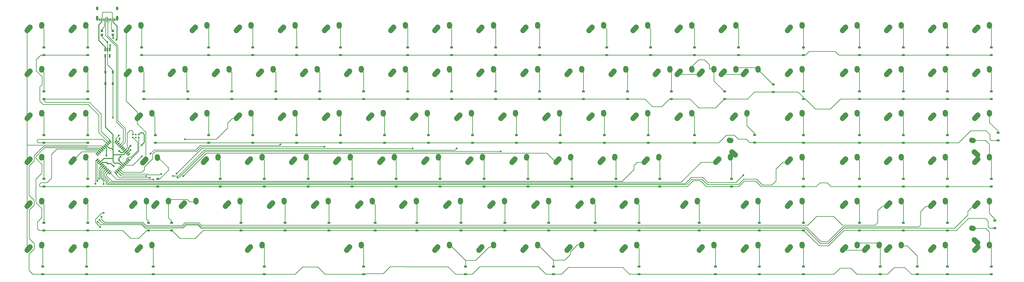
<source format=gbl>
G04 #@! TF.GenerationSoftware,KiCad,Pcbnew,(5.0.0-rc2-dev-733-g23a9fcd91)*
G04 #@! TF.CreationDate,2018-05-31T02:42:35-04:00*
G04 #@! TF.ProjectId,100plus,313030706C75732E6B696361645F7063,rev?*
G04 #@! TF.SameCoordinates,Original*
G04 #@! TF.FileFunction,Copper,L2,Bot,Signal*
G04 #@! TF.FilePolarity,Positive*
%FSLAX45Y45*%
G04 Gerber Fmt 4.5, Leading zero omitted, Abs format (unit mm)*
G04 Created by KiCad (PCBNEW (5.0.0-rc2-dev-733-g23a9fcd91)) date 05/31/18 02:42:35*
%MOMM*%
%LPD*%
G01*
G04 APERTURE LIST*
%ADD10R,1.200000X0.900000*%
%ADD11C,2.250000*%
%ADD12C,2.250000*%
%ADD13R,0.900000X1.200000*%
%ADD14R,0.300000X1.150000*%
%ADD15R,0.600000X1.150000*%
%ADD16O,1.000000X2.100000*%
%ADD17O,1.000000X1.600000*%
%ADD18C,0.784860*%
%ADD19R,1.000000X0.995000*%
%ADD20R,0.650000X1.560000*%
%ADD21C,0.550000*%
%ADD22C,0.100000*%
%ADD23C,0.800000*%
%ADD24C,0.400000*%
%ADD25C,0.250000*%
G04 APERTURE END LIST*
D10*
X11700000Y-15235000D03*
X11700000Y-15565000D03*
D11*
X11682000Y-14300625D03*
D12*
X11680000Y-14329625D02*
X11684000Y-14271625D01*
D11*
X11684000Y-14271625D03*
X11114500Y-14452625D03*
D12*
X11049000Y-14525625D02*
X11180000Y-14379625D01*
D11*
X11180000Y-14379625D03*
X35945000Y-14363750D03*
X35879500Y-14436750D03*
D12*
X35814000Y-14509750D02*
X35945000Y-14363750D01*
D11*
X36449000Y-14255750D03*
X36447000Y-14284750D03*
D12*
X36445000Y-14313750D02*
X36449000Y-14255750D01*
D10*
X32900000Y-13335000D03*
X32900000Y-13665000D03*
D13*
X9763125Y-10600000D03*
X9433125Y-10600000D03*
X9763125Y-11100000D03*
X9433125Y-11100000D03*
D10*
X6776250Y-9865000D03*
X6776250Y-9535000D03*
X8676250Y-9535000D03*
X8676250Y-9865000D03*
X11000000Y-9865000D03*
X11000000Y-9535000D03*
X13900000Y-9535000D03*
X13900000Y-9865000D03*
X15800000Y-9865000D03*
X15800000Y-9535000D03*
X17700000Y-9535000D03*
X17700000Y-9865000D03*
X19600000Y-9865000D03*
X19600000Y-9535000D03*
X22500000Y-9535000D03*
X22500000Y-9865000D03*
X24400000Y-9865000D03*
X24400000Y-9535000D03*
X26300000Y-9865000D03*
X26300000Y-9535000D03*
X28200000Y-9865000D03*
X28200000Y-9535000D03*
X31100000Y-9535000D03*
X31100000Y-9865000D03*
X33000000Y-9865000D03*
X33000000Y-9535000D03*
X34900000Y-9535000D03*
X34900000Y-9865000D03*
X36800000Y-9865000D03*
X36800000Y-9535000D03*
X39600000Y-9535000D03*
X39600000Y-9865000D03*
X42023750Y-9865000D03*
X42023750Y-9535000D03*
X43923750Y-9535000D03*
X43923750Y-9865000D03*
X45823750Y-9865000D03*
X45823750Y-9535000D03*
X47723750Y-9535000D03*
X47723750Y-9865000D03*
X6776250Y-11765000D03*
X6776250Y-11435000D03*
X8676250Y-11435000D03*
X8676250Y-11765000D03*
X11100000Y-11765000D03*
X11100000Y-11435000D03*
X13000000Y-11435000D03*
X13000000Y-11765000D03*
X14900000Y-11765000D03*
X14900000Y-11435000D03*
X16800000Y-11435000D03*
X16800000Y-11765000D03*
X18700000Y-11765000D03*
X18700000Y-11435000D03*
X20600000Y-11435000D03*
X20600000Y-11765000D03*
X22500000Y-11765000D03*
X22500000Y-11435000D03*
X24400000Y-11435000D03*
X24400000Y-11765000D03*
X26300000Y-11435000D03*
X26300000Y-11765000D03*
X28200000Y-11435000D03*
X28200000Y-11765000D03*
X30100000Y-11765000D03*
X30100000Y-11435000D03*
X32000000Y-11435000D03*
X32000000Y-11765000D03*
X33900000Y-11765000D03*
X33900000Y-11435000D03*
X36200000Y-11435000D03*
X36200000Y-11765000D03*
X38300000Y-11465000D03*
X38300000Y-11135000D03*
X39600000Y-11435000D03*
X39600000Y-11765000D03*
X42023750Y-11765000D03*
X42023750Y-11435000D03*
X43923750Y-11435000D03*
X43923750Y-11765000D03*
X45823750Y-11435000D03*
X45823750Y-11765000D03*
X47723750Y-11435000D03*
X47723750Y-11765000D03*
X6776250Y-13665000D03*
X6776250Y-13335000D03*
X8676250Y-13335000D03*
X8676250Y-13665000D03*
X11600000Y-13665000D03*
X11600000Y-13335000D03*
X13900000Y-13335000D03*
X13900000Y-13665000D03*
X15800000Y-13665000D03*
X15800000Y-13335000D03*
X17700000Y-13335000D03*
X17700000Y-13665000D03*
X19600000Y-13665000D03*
X19600000Y-13335000D03*
X21500000Y-13335000D03*
X21500000Y-13665000D03*
X23400000Y-13665000D03*
X23400000Y-13335000D03*
X25300000Y-13335000D03*
X25300000Y-13665000D03*
X27200000Y-13665000D03*
X27200000Y-13335000D03*
X29100000Y-13335000D03*
X29100000Y-13665000D03*
X31000000Y-13665000D03*
X31000000Y-13335000D03*
X34900000Y-13665000D03*
X34900000Y-13335000D03*
X37497000Y-13326000D03*
X37497000Y-13656000D03*
X39600000Y-13665000D03*
X39600000Y-13335000D03*
X42023750Y-13335000D03*
X42023750Y-13665000D03*
X43923750Y-13665000D03*
X43923750Y-13335000D03*
X45823750Y-13335000D03*
X45823750Y-13665000D03*
X48023750Y-13565000D03*
X48023750Y-13235000D03*
X6776250Y-15235000D03*
X6776250Y-15565000D03*
X8676250Y-15565000D03*
X8676250Y-15235000D03*
X14400000Y-15565000D03*
X14400000Y-15235000D03*
X16300000Y-15235000D03*
X16300000Y-15565000D03*
X18200000Y-15565000D03*
X18200000Y-15235000D03*
X20100000Y-15235000D03*
X20100000Y-15565000D03*
X22000000Y-15565000D03*
X22000000Y-15235000D03*
X23900000Y-15235000D03*
X23900000Y-15565000D03*
X25800000Y-15565000D03*
X25800000Y-15235000D03*
X27700000Y-15565000D03*
X27700000Y-15235000D03*
X29600000Y-15565000D03*
X29600000Y-15235000D03*
X31500000Y-15235000D03*
X31500000Y-15565000D03*
X33400000Y-15565000D03*
X33400000Y-15235000D03*
X36500000Y-15235000D03*
X36500000Y-15565000D03*
X39600000Y-15565000D03*
X39600000Y-15235000D03*
X42023750Y-15235000D03*
X42023750Y-15565000D03*
X43923750Y-15565000D03*
X43923750Y-15235000D03*
X45823750Y-15235000D03*
X45823750Y-15565000D03*
X47723750Y-15565000D03*
X47723750Y-15235000D03*
X6776250Y-17465000D03*
X6776250Y-17135000D03*
X8676250Y-17465000D03*
X8676250Y-17135000D03*
X11300000Y-17465000D03*
X11300000Y-17135000D03*
X12300000Y-17135000D03*
X12300000Y-17465000D03*
X15300000Y-17465000D03*
X15300000Y-17135000D03*
X17200000Y-17135000D03*
X17200000Y-17465000D03*
X19100000Y-17135000D03*
X19100000Y-17465000D03*
X21100000Y-17465000D03*
X21100000Y-17135000D03*
X22900000Y-17135000D03*
X22900000Y-17465000D03*
X24800000Y-17135000D03*
X24800000Y-17465000D03*
X26700000Y-17135000D03*
X26700000Y-17465000D03*
X28600000Y-17135000D03*
X28600000Y-17465000D03*
X30600000Y-17135000D03*
X30600000Y-17465000D03*
X32500000Y-17135000D03*
X32500000Y-17465000D03*
X35100000Y-17465000D03*
X35100000Y-17135000D03*
X37700000Y-17465000D03*
X37700000Y-17135000D03*
X39600000Y-17135000D03*
X39600000Y-17465000D03*
X42023750Y-17135000D03*
X42023750Y-17465000D03*
X43923750Y-17135000D03*
X43923750Y-17465000D03*
X45823750Y-17135000D03*
X45823750Y-17465000D03*
X47873750Y-17365000D03*
X47873750Y-17035000D03*
X6726250Y-19365000D03*
X6726250Y-19035000D03*
X8626250Y-19365000D03*
X8626250Y-19035000D03*
X11500000Y-19035000D03*
X11500000Y-19365000D03*
X16300000Y-19035000D03*
X16300000Y-19365000D03*
X20600000Y-19365000D03*
X20600000Y-19035000D03*
X25000000Y-19365000D03*
X25000000Y-19035000D03*
X28800000Y-19365000D03*
X28800000Y-19035000D03*
X32500000Y-19035000D03*
X32500000Y-19365000D03*
X35800000Y-19365000D03*
X35800000Y-19035000D03*
X37700000Y-19365000D03*
X37700000Y-19035000D03*
X39600000Y-19365000D03*
X39600000Y-19035000D03*
X42923750Y-19365000D03*
X42923750Y-19035000D03*
X44523750Y-19365000D03*
X44523750Y-19035000D03*
X45823750Y-19035000D03*
X45823750Y-19365000D03*
X47723750Y-19365000D03*
X47723750Y-19035000D03*
D14*
X9492380Y-8326400D03*
D15*
X9837380Y-8326400D03*
X9757380Y-8326400D03*
X9277380Y-8326400D03*
D16*
X9085380Y-8259900D03*
X9949380Y-8259900D03*
D17*
X9085380Y-7841900D03*
X9949380Y-7841900D03*
D15*
X9197380Y-8326400D03*
D14*
X9542380Y-8326400D03*
X9592380Y-8326400D03*
X9642380Y-8326400D03*
X9692380Y-8326400D03*
X9442380Y-8326400D03*
X9392380Y-8326400D03*
X9342380Y-8326400D03*
D11*
X6179375Y-8648750D03*
X6113875Y-8721750D03*
D12*
X6048375Y-8794750D02*
X6179375Y-8648750D01*
D11*
X6683375Y-8540750D03*
X6681375Y-8569750D03*
D12*
X6679375Y-8598750D02*
X6683375Y-8540750D01*
D11*
X8084375Y-8648750D03*
X8018875Y-8721750D03*
D12*
X7953375Y-8794750D02*
X8084375Y-8648750D01*
D11*
X8588375Y-8540750D03*
X8586375Y-8569750D03*
D12*
X8584375Y-8598750D02*
X8588375Y-8540750D01*
D11*
X10967625Y-8569750D03*
D12*
X10965625Y-8598750D02*
X10969625Y-8540750D01*
D11*
X10969625Y-8540750D03*
X10400125Y-8721750D03*
D12*
X10334625Y-8794750D02*
X10465625Y-8648750D01*
D11*
X10465625Y-8648750D03*
X13323125Y-8648750D03*
X13257625Y-8721750D03*
D12*
X13192125Y-8794750D02*
X13323125Y-8648750D01*
D11*
X13827125Y-8540750D03*
X13825125Y-8569750D03*
D12*
X13823125Y-8598750D02*
X13827125Y-8540750D01*
D11*
X15228125Y-8648750D03*
X15162625Y-8721750D03*
D12*
X15097125Y-8794750D02*
X15228125Y-8648750D01*
D11*
X15732125Y-8540750D03*
X15730125Y-8569750D03*
D12*
X15728125Y-8598750D02*
X15732125Y-8540750D01*
D11*
X17635125Y-8569750D03*
D12*
X17633125Y-8598750D02*
X17637125Y-8540750D01*
D11*
X17637125Y-8540750D03*
X17067625Y-8721750D03*
D12*
X17002125Y-8794750D02*
X17133125Y-8648750D01*
D11*
X17133125Y-8648750D03*
X19540125Y-8569750D03*
D12*
X19538125Y-8598750D02*
X19542125Y-8540750D01*
D11*
X19542125Y-8540750D03*
X18972625Y-8721750D03*
D12*
X18907125Y-8794750D02*
X19038125Y-8648750D01*
D11*
X19038125Y-8648750D03*
X21895625Y-8648750D03*
X21830125Y-8721750D03*
D12*
X21764625Y-8794750D02*
X21895625Y-8648750D01*
D11*
X22399625Y-8540750D03*
X22397625Y-8569750D03*
D12*
X22395625Y-8598750D02*
X22399625Y-8540750D01*
D11*
X24302625Y-8569750D03*
D12*
X24300625Y-8598750D02*
X24304625Y-8540750D01*
D11*
X24304625Y-8540750D03*
X23735125Y-8721750D03*
D12*
X23669625Y-8794750D02*
X23800625Y-8648750D01*
D11*
X23800625Y-8648750D03*
X25705625Y-8648750D03*
X25640125Y-8721750D03*
D12*
X25574625Y-8794750D02*
X25705625Y-8648750D01*
D11*
X26209625Y-8540750D03*
X26207625Y-8569750D03*
D12*
X26205625Y-8598750D02*
X26209625Y-8540750D01*
D11*
X27610625Y-8648750D03*
X27545125Y-8721750D03*
D12*
X27479625Y-8794750D02*
X27610625Y-8648750D01*
D11*
X28114625Y-8540750D03*
X28112625Y-8569750D03*
D12*
X28110625Y-8598750D02*
X28114625Y-8540750D01*
D11*
X30970125Y-8569750D03*
D12*
X30968125Y-8598750D02*
X30972125Y-8540750D01*
D11*
X30972125Y-8540750D03*
X30402625Y-8721750D03*
D12*
X30337125Y-8794750D02*
X30468125Y-8648750D01*
D11*
X30468125Y-8648750D03*
X32373125Y-8648750D03*
X32307625Y-8721750D03*
D12*
X32242125Y-8794750D02*
X32373125Y-8648750D01*
D11*
X32877125Y-8540750D03*
X32875125Y-8569750D03*
D12*
X32873125Y-8598750D02*
X32877125Y-8540750D01*
D11*
X34780125Y-8569750D03*
D12*
X34778125Y-8598750D02*
X34782125Y-8540750D01*
D11*
X34782125Y-8540750D03*
X34212625Y-8721750D03*
D12*
X34147125Y-8794750D02*
X34278125Y-8648750D01*
D11*
X34278125Y-8648750D03*
X36685125Y-8569750D03*
D12*
X36683125Y-8598750D02*
X36687125Y-8540750D01*
D11*
X36687125Y-8540750D03*
X36117625Y-8721750D03*
D12*
X36052125Y-8794750D02*
X36183125Y-8648750D01*
D11*
X36183125Y-8648750D03*
X39040625Y-8648750D03*
X38975125Y-8721750D03*
D12*
X38909625Y-8794750D02*
X39040625Y-8648750D01*
D11*
X39544625Y-8540750D03*
X39542625Y-8569750D03*
D12*
X39540625Y-8598750D02*
X39544625Y-8540750D01*
D11*
X41421875Y-8648750D03*
X41356375Y-8721750D03*
D12*
X41290875Y-8794750D02*
X41421875Y-8648750D01*
D11*
X41925875Y-8540750D03*
X41923875Y-8569750D03*
D12*
X41921875Y-8598750D02*
X41925875Y-8540750D01*
D11*
X43326875Y-8648750D03*
X43261375Y-8721750D03*
D12*
X43195875Y-8794750D02*
X43326875Y-8648750D01*
D11*
X43830875Y-8540750D03*
X43828875Y-8569750D03*
D12*
X43826875Y-8598750D02*
X43830875Y-8540750D01*
D11*
X45733875Y-8569750D03*
D12*
X45731875Y-8598750D02*
X45735875Y-8540750D01*
D11*
X45735875Y-8540750D03*
X45166375Y-8721750D03*
D12*
X45100875Y-8794750D02*
X45231875Y-8648750D01*
D11*
X45231875Y-8648750D03*
X47638875Y-8569750D03*
D12*
X47636875Y-8598750D02*
X47640875Y-8540750D01*
D11*
X47640875Y-8540750D03*
X47071375Y-8721750D03*
D12*
X47005875Y-8794750D02*
X47136875Y-8648750D01*
D11*
X47136875Y-8648750D03*
X6681375Y-10474750D03*
D12*
X6679375Y-10503750D02*
X6683375Y-10445750D01*
D11*
X6683375Y-10445750D03*
X6113875Y-10626750D03*
D12*
X6048375Y-10699750D02*
X6179375Y-10553750D01*
D11*
X6179375Y-10553750D03*
X8084375Y-10553750D03*
X8018875Y-10626750D03*
D12*
X7953375Y-10699750D02*
X8084375Y-10553750D01*
D11*
X8588375Y-10445750D03*
X8586375Y-10474750D03*
D12*
X8584375Y-10503750D02*
X8588375Y-10445750D01*
D11*
X10967625Y-10474750D03*
D12*
X10965625Y-10503750D02*
X10969625Y-10445750D01*
D11*
X10969625Y-10445750D03*
X10400125Y-10626750D03*
D12*
X10334625Y-10699750D02*
X10465625Y-10553750D01*
D11*
X10465625Y-10553750D03*
X12370625Y-10553750D03*
X12305125Y-10626750D03*
D12*
X12239625Y-10699750D02*
X12370625Y-10553750D01*
D11*
X12874625Y-10445750D03*
X12872625Y-10474750D03*
D12*
X12870625Y-10503750D02*
X12874625Y-10445750D01*
D11*
X14275625Y-10553750D03*
X14210125Y-10626750D03*
D12*
X14144625Y-10699750D02*
X14275625Y-10553750D01*
D11*
X14779625Y-10445750D03*
X14777625Y-10474750D03*
D12*
X14775625Y-10503750D02*
X14779625Y-10445750D01*
D11*
X16682625Y-10474750D03*
D12*
X16680625Y-10503750D02*
X16684625Y-10445750D01*
D11*
X16684625Y-10445750D03*
X16115125Y-10626750D03*
D12*
X16049625Y-10699750D02*
X16180625Y-10553750D01*
D11*
X16180625Y-10553750D03*
X18587625Y-10474750D03*
D12*
X18585625Y-10503750D02*
X18589625Y-10445750D01*
D11*
X18589625Y-10445750D03*
X18020125Y-10626750D03*
D12*
X17954625Y-10699750D02*
X18085625Y-10553750D01*
D11*
X18085625Y-10553750D03*
X19990625Y-10553750D03*
X19925125Y-10626750D03*
D12*
X19859625Y-10699750D02*
X19990625Y-10553750D01*
D11*
X20494625Y-10445750D03*
X20492625Y-10474750D03*
D12*
X20490625Y-10503750D02*
X20494625Y-10445750D01*
D11*
X22397625Y-10474750D03*
D12*
X22395625Y-10503750D02*
X22399625Y-10445750D01*
D11*
X22399625Y-10445750D03*
X21830125Y-10626750D03*
D12*
X21764625Y-10699750D02*
X21895625Y-10553750D01*
D11*
X21895625Y-10553750D03*
X23800625Y-10553750D03*
X23735125Y-10626750D03*
D12*
X23669625Y-10699750D02*
X23800625Y-10553750D01*
D11*
X24304625Y-10445750D03*
X24302625Y-10474750D03*
D12*
X24300625Y-10503750D02*
X24304625Y-10445750D01*
D11*
X26207625Y-10474750D03*
D12*
X26205625Y-10503750D02*
X26209625Y-10445750D01*
D11*
X26209625Y-10445750D03*
X25640125Y-10626750D03*
D12*
X25574625Y-10699750D02*
X25705625Y-10553750D01*
D11*
X25705625Y-10553750D03*
X28112625Y-10474750D03*
D12*
X28110625Y-10503750D02*
X28114625Y-10445750D01*
D11*
X28114625Y-10445750D03*
X27545125Y-10626750D03*
D12*
X27479625Y-10699750D02*
X27610625Y-10553750D01*
D11*
X27610625Y-10553750D03*
X29515625Y-10553750D03*
X29450125Y-10626750D03*
D12*
X29384625Y-10699750D02*
X29515625Y-10553750D01*
D11*
X30019625Y-10445750D03*
X30017625Y-10474750D03*
D12*
X30015625Y-10503750D02*
X30019625Y-10445750D01*
D11*
X31922625Y-10474750D03*
D12*
X31920625Y-10503750D02*
X31924625Y-10445750D01*
D11*
X31924625Y-10445750D03*
X31355125Y-10626750D03*
D12*
X31289625Y-10699750D02*
X31420625Y-10553750D01*
D11*
X31420625Y-10553750D03*
X33325625Y-10553750D03*
X33260125Y-10626750D03*
D12*
X33194625Y-10699750D02*
X33325625Y-10553750D01*
D11*
X33829625Y-10445750D03*
X33827625Y-10474750D03*
D12*
X33825625Y-10503750D02*
X33829625Y-10445750D01*
D11*
X35230625Y-10553750D03*
X35165125Y-10626750D03*
D12*
X35099625Y-10699750D02*
X35230625Y-10553750D01*
D11*
X35734625Y-10445750D03*
X35732625Y-10474750D03*
D12*
X35730625Y-10503750D02*
X35734625Y-10445750D01*
D11*
X37135625Y-10553750D03*
X37070125Y-10626750D03*
D12*
X37004625Y-10699750D02*
X37135625Y-10553750D01*
D11*
X37639625Y-10445750D03*
X37637625Y-10474750D03*
D12*
X37635625Y-10503750D02*
X37639625Y-10445750D01*
D11*
X39542625Y-10474750D03*
D12*
X39540625Y-10503750D02*
X39544625Y-10445750D01*
D11*
X39544625Y-10445750D03*
X38975125Y-10626750D03*
D12*
X38909625Y-10699750D02*
X39040625Y-10553750D01*
D11*
X39040625Y-10553750D03*
X41923875Y-10474750D03*
D12*
X41921875Y-10503750D02*
X41925875Y-10445750D01*
D11*
X41925875Y-10445750D03*
X41356375Y-10626750D03*
D12*
X41290875Y-10699750D02*
X41421875Y-10553750D01*
D11*
X41421875Y-10553750D03*
X43326875Y-10553750D03*
X43261375Y-10626750D03*
D12*
X43195875Y-10699750D02*
X43326875Y-10553750D01*
D11*
X43830875Y-10445750D03*
X43828875Y-10474750D03*
D12*
X43826875Y-10503750D02*
X43830875Y-10445750D01*
D11*
X45231875Y-10553750D03*
X45166375Y-10626750D03*
D12*
X45100875Y-10699750D02*
X45231875Y-10553750D01*
D11*
X45735875Y-10445750D03*
X45733875Y-10474750D03*
D12*
X45731875Y-10503750D02*
X45735875Y-10445750D01*
D11*
X47136875Y-10553750D03*
X47071375Y-10626750D03*
D12*
X47005875Y-10699750D02*
X47136875Y-10553750D01*
D11*
X47640875Y-10445750D03*
X47638875Y-10474750D03*
D12*
X47636875Y-10503750D02*
X47640875Y-10445750D01*
D11*
X6681375Y-12379750D03*
D12*
X6679375Y-12408750D02*
X6683375Y-12350750D01*
D11*
X6683375Y-12350750D03*
X6113875Y-12531750D03*
D12*
X6048375Y-12604750D02*
X6179375Y-12458750D01*
D11*
X6179375Y-12458750D03*
X8084375Y-12458750D03*
X8018875Y-12531750D03*
D12*
X7953375Y-12604750D02*
X8084375Y-12458750D01*
D11*
X8588375Y-12350750D03*
X8586375Y-12379750D03*
D12*
X8584375Y-12408750D02*
X8588375Y-12350750D01*
D11*
X11443875Y-12379750D03*
D12*
X11441875Y-12408750D02*
X11445875Y-12350750D01*
D11*
X11445875Y-12350750D03*
X10876375Y-12531750D03*
D12*
X10810875Y-12604750D02*
X10941875Y-12458750D01*
D11*
X10941875Y-12458750D03*
X13323125Y-12458750D03*
X13257625Y-12531750D03*
D12*
X13192125Y-12604750D02*
X13323125Y-12458750D01*
D11*
X13827125Y-12350750D03*
X13825125Y-12379750D03*
D12*
X13823125Y-12408750D02*
X13827125Y-12350750D01*
D11*
X15228125Y-12458750D03*
X15162625Y-12531750D03*
D12*
X15097125Y-12604750D02*
X15228125Y-12458750D01*
D11*
X15732125Y-12350750D03*
X15730125Y-12379750D03*
D12*
X15728125Y-12408750D02*
X15732125Y-12350750D01*
D11*
X17635125Y-12379750D03*
D12*
X17633125Y-12408750D02*
X17637125Y-12350750D01*
D11*
X17637125Y-12350750D03*
X17067625Y-12531750D03*
D12*
X17002125Y-12604750D02*
X17133125Y-12458750D01*
D11*
X17133125Y-12458750D03*
X19540125Y-12379750D03*
D12*
X19538125Y-12408750D02*
X19542125Y-12350750D01*
D11*
X19542125Y-12350750D03*
X18972625Y-12531750D03*
D12*
X18907125Y-12604750D02*
X19038125Y-12458750D01*
D11*
X19038125Y-12458750D03*
X20943125Y-12458750D03*
X20877625Y-12531750D03*
D12*
X20812125Y-12604750D02*
X20943125Y-12458750D01*
D11*
X21447125Y-12350750D03*
X21445125Y-12379750D03*
D12*
X21443125Y-12408750D02*
X21447125Y-12350750D01*
D11*
X22848125Y-12458750D03*
X22782625Y-12531750D03*
D12*
X22717125Y-12604750D02*
X22848125Y-12458750D01*
D11*
X23352125Y-12350750D03*
X23350125Y-12379750D03*
D12*
X23348125Y-12408750D02*
X23352125Y-12350750D01*
D11*
X24753125Y-12458750D03*
X24687625Y-12531750D03*
D12*
X24622125Y-12604750D02*
X24753125Y-12458750D01*
D11*
X25257125Y-12350750D03*
X25255125Y-12379750D03*
D12*
X25253125Y-12408750D02*
X25257125Y-12350750D01*
D11*
X27160125Y-12379750D03*
D12*
X27158125Y-12408750D02*
X27162125Y-12350750D01*
D11*
X27162125Y-12350750D03*
X26592625Y-12531750D03*
D12*
X26527125Y-12604750D02*
X26658125Y-12458750D01*
D11*
X26658125Y-12458750D03*
X29065125Y-12379750D03*
D12*
X29063125Y-12408750D02*
X29067125Y-12350750D01*
D11*
X29067125Y-12350750D03*
X28497625Y-12531750D03*
D12*
X28432125Y-12604750D02*
X28563125Y-12458750D01*
D11*
X28563125Y-12458750D03*
X30468125Y-12458750D03*
X30402625Y-12531750D03*
D12*
X30337125Y-12604750D02*
X30468125Y-12458750D01*
D11*
X30972125Y-12350750D03*
X30970125Y-12379750D03*
D12*
X30968125Y-12408750D02*
X30972125Y-12350750D01*
D11*
X32373125Y-12458750D03*
X32307625Y-12531750D03*
D12*
X32242125Y-12604750D02*
X32373125Y-12458750D01*
D11*
X32877125Y-12350750D03*
X32875125Y-12379750D03*
D12*
X32873125Y-12408750D02*
X32877125Y-12350750D01*
D11*
X34780125Y-12379750D03*
D12*
X34778125Y-12408750D02*
X34782125Y-12350750D01*
D11*
X34782125Y-12350750D03*
X34212625Y-12531750D03*
D12*
X34147125Y-12604750D02*
X34278125Y-12458750D01*
D11*
X34278125Y-12458750D03*
X37161375Y-12379750D03*
D12*
X37159375Y-12408750D02*
X37163375Y-12350750D01*
D11*
X37163375Y-12350750D03*
X36593875Y-12531750D03*
D12*
X36528375Y-12604750D02*
X36659375Y-12458750D01*
D11*
X36659375Y-12458750D03*
X39542625Y-12379750D03*
D12*
X39540625Y-12408750D02*
X39544625Y-12350750D01*
D11*
X39544625Y-12350750D03*
X38975125Y-12531750D03*
D12*
X38909625Y-12604750D02*
X39040625Y-12458750D01*
D11*
X39040625Y-12458750D03*
X41421875Y-12458750D03*
X41356375Y-12531750D03*
D12*
X41290875Y-12604750D02*
X41421875Y-12458750D01*
D11*
X41925875Y-12350750D03*
X41923875Y-12379750D03*
D12*
X41921875Y-12408750D02*
X41925875Y-12350750D01*
D11*
X43326875Y-12458750D03*
X43261375Y-12531750D03*
D12*
X43195875Y-12604750D02*
X43326875Y-12458750D01*
D11*
X43830875Y-12350750D03*
X43828875Y-12379750D03*
D12*
X43826875Y-12408750D02*
X43830875Y-12350750D01*
D11*
X45733875Y-12379750D03*
D12*
X45731875Y-12408750D02*
X45735875Y-12350750D01*
D11*
X45735875Y-12350750D03*
X45166375Y-12531750D03*
D12*
X45100875Y-12604750D02*
X45231875Y-12458750D01*
D11*
X45231875Y-12458750D03*
X47136875Y-12458750D03*
X47071375Y-12531750D03*
D12*
X47005875Y-12604750D02*
X47136875Y-12458750D01*
D11*
X47640875Y-12350750D03*
X47638875Y-12379750D03*
D12*
X47636875Y-12408750D02*
X47640875Y-12350750D01*
D11*
X46986875Y-14061250D03*
X47059875Y-14126750D03*
D12*
X47132875Y-14192250D02*
X46986875Y-14061250D01*
D11*
X46878875Y-13557250D03*
X46907875Y-13559250D03*
D12*
X46936875Y-13561250D02*
X46878875Y-13557250D01*
D11*
X6179375Y-14363750D03*
X6113875Y-14436750D03*
D12*
X6048375Y-14509750D02*
X6179375Y-14363750D01*
D11*
X6683375Y-14255750D03*
X6681375Y-14284750D03*
D12*
X6679375Y-14313750D02*
X6683375Y-14255750D01*
D11*
X8586375Y-14284750D03*
D12*
X8584375Y-14313750D02*
X8588375Y-14255750D01*
D11*
X8588375Y-14255750D03*
X8018875Y-14436750D03*
D12*
X7953375Y-14509750D02*
X8084375Y-14363750D01*
D11*
X8084375Y-14363750D03*
X14301375Y-14284750D03*
D12*
X14299375Y-14313750D02*
X14303375Y-14255750D01*
D11*
X14303375Y-14255750D03*
X13733875Y-14436750D03*
D12*
X13668375Y-14509750D02*
X13799375Y-14363750D01*
D11*
X13799375Y-14363750D03*
X15704375Y-14363750D03*
X15638875Y-14436750D03*
D12*
X15573375Y-14509750D02*
X15704375Y-14363750D01*
D11*
X16208375Y-14255750D03*
X16206375Y-14284750D03*
D12*
X16204375Y-14313750D02*
X16208375Y-14255750D01*
D11*
X17609375Y-14363750D03*
X17543875Y-14436750D03*
D12*
X17478375Y-14509750D02*
X17609375Y-14363750D01*
D11*
X18113375Y-14255750D03*
X18111375Y-14284750D03*
D12*
X18109375Y-14313750D02*
X18113375Y-14255750D01*
D11*
X20016375Y-14284750D03*
D12*
X20014375Y-14313750D02*
X20018375Y-14255750D01*
D11*
X20018375Y-14255750D03*
X19448875Y-14436750D03*
D12*
X19383375Y-14509750D02*
X19514375Y-14363750D01*
D11*
X19514375Y-14363750D03*
X21419375Y-14363750D03*
X21353875Y-14436750D03*
D12*
X21288375Y-14509750D02*
X21419375Y-14363750D01*
D11*
X21923375Y-14255750D03*
X21921375Y-14284750D03*
D12*
X21919375Y-14313750D02*
X21923375Y-14255750D01*
D11*
X23324375Y-14363750D03*
X23258875Y-14436750D03*
D12*
X23193375Y-14509750D02*
X23324375Y-14363750D01*
D11*
X23828375Y-14255750D03*
X23826375Y-14284750D03*
D12*
X23824375Y-14313750D02*
X23828375Y-14255750D01*
D11*
X25229375Y-14363750D03*
X25163875Y-14436750D03*
D12*
X25098375Y-14509750D02*
X25229375Y-14363750D01*
D11*
X25733375Y-14255750D03*
X25731375Y-14284750D03*
D12*
X25729375Y-14313750D02*
X25733375Y-14255750D01*
D11*
X27636375Y-14284750D03*
D12*
X27634375Y-14313750D02*
X27638375Y-14255750D01*
D11*
X27638375Y-14255750D03*
X27068875Y-14436750D03*
D12*
X27003375Y-14509750D02*
X27134375Y-14363750D01*
D11*
X27134375Y-14363750D03*
X29541375Y-14284750D03*
D12*
X29539375Y-14313750D02*
X29543375Y-14255750D01*
D11*
X29543375Y-14255750D03*
X28973875Y-14436750D03*
D12*
X28908375Y-14509750D02*
X29039375Y-14363750D01*
D11*
X29039375Y-14363750D03*
X30944375Y-14363750D03*
X30878875Y-14436750D03*
D12*
X30813375Y-14509750D02*
X30944375Y-14363750D01*
D11*
X31448375Y-14255750D03*
X31446375Y-14284750D03*
D12*
X31444375Y-14313750D02*
X31448375Y-14255750D01*
D11*
X33351375Y-14284750D03*
D12*
X33349375Y-14313750D02*
X33353375Y-14255750D01*
D11*
X33353375Y-14255750D03*
X32783875Y-14436750D03*
D12*
X32718375Y-14509750D02*
X32849375Y-14363750D01*
D11*
X32849375Y-14363750D03*
X39040625Y-14363750D03*
X38975125Y-14436750D03*
D12*
X38909625Y-14509750D02*
X39040625Y-14363750D01*
D11*
X39544625Y-14255750D03*
X39542625Y-14284750D03*
D12*
X39540625Y-14313750D02*
X39544625Y-14255750D01*
D11*
X41923875Y-14284750D03*
D12*
X41921875Y-14313750D02*
X41925875Y-14255750D01*
D11*
X41925875Y-14255750D03*
X41356375Y-14436750D03*
D12*
X41290875Y-14509750D02*
X41421875Y-14363750D01*
D11*
X41421875Y-14363750D03*
X43326875Y-14363750D03*
X43261375Y-14436750D03*
D12*
X43195875Y-14509750D02*
X43326875Y-14363750D01*
D11*
X43830875Y-14255750D03*
X43828875Y-14284750D03*
D12*
X43826875Y-14313750D02*
X43830875Y-14255750D01*
D11*
X45733875Y-14284750D03*
D12*
X45731875Y-14313750D02*
X45735875Y-14255750D01*
D11*
X45735875Y-14255750D03*
X45166375Y-14436750D03*
D12*
X45100875Y-14509750D02*
X45231875Y-14363750D01*
D11*
X45231875Y-14363750D03*
X47136875Y-14363750D03*
X47071375Y-14436750D03*
D12*
X47005875Y-14509750D02*
X47136875Y-14363750D01*
D11*
X47640875Y-14255750D03*
X47638875Y-14284750D03*
D12*
X47636875Y-14313750D02*
X47640875Y-14255750D01*
D11*
X6681375Y-16189750D03*
D12*
X6679375Y-16218750D02*
X6683375Y-16160750D01*
D11*
X6683375Y-16160750D03*
X6113875Y-16341750D03*
D12*
X6048375Y-16414750D02*
X6179375Y-16268750D01*
D11*
X6179375Y-16268750D03*
X8084375Y-16268750D03*
X8018875Y-16341750D03*
D12*
X7953375Y-16414750D02*
X8084375Y-16268750D01*
D11*
X8588375Y-16160750D03*
X8586375Y-16189750D03*
D12*
X8584375Y-16218750D02*
X8588375Y-16160750D01*
D11*
X11205750Y-16189750D03*
D12*
X11203750Y-16218750D02*
X11207750Y-16160750D01*
D11*
X11207750Y-16160750D03*
X10638250Y-16341750D03*
D12*
X10572750Y-16414750D02*
X10703750Y-16268750D01*
D11*
X10703750Y-16268750D03*
X12158250Y-16189750D03*
D12*
X12156250Y-16218750D02*
X12160250Y-16160750D01*
D11*
X12160250Y-16160750D03*
X11590750Y-16341750D03*
D12*
X11525250Y-16414750D02*
X11656250Y-16268750D01*
D11*
X11656250Y-16268750D03*
X15253875Y-16189750D03*
D12*
X15251875Y-16218750D02*
X15255875Y-16160750D01*
D11*
X15255875Y-16160750D03*
X14686375Y-16341750D03*
D12*
X14620875Y-16414750D02*
X14751875Y-16268750D01*
D11*
X14751875Y-16268750D03*
X17158875Y-16189750D03*
D12*
X17156875Y-16218750D02*
X17160875Y-16160750D01*
D11*
X17160875Y-16160750D03*
X16591375Y-16341750D03*
D12*
X16525875Y-16414750D02*
X16656875Y-16268750D01*
D11*
X16656875Y-16268750D03*
X18561875Y-16268750D03*
X18496375Y-16341750D03*
D12*
X18430875Y-16414750D02*
X18561875Y-16268750D01*
D11*
X19065875Y-16160750D03*
X19063875Y-16189750D03*
D12*
X19061875Y-16218750D02*
X19065875Y-16160750D01*
D11*
X20968875Y-16189750D03*
D12*
X20966875Y-16218750D02*
X20970875Y-16160750D01*
D11*
X20970875Y-16160750D03*
X20401375Y-16341750D03*
D12*
X20335875Y-16414750D02*
X20466875Y-16268750D01*
D11*
X20466875Y-16268750D03*
X22371875Y-16268750D03*
X22306375Y-16341750D03*
D12*
X22240875Y-16414750D02*
X22371875Y-16268750D01*
D11*
X22875875Y-16160750D03*
X22873875Y-16189750D03*
D12*
X22871875Y-16218750D02*
X22875875Y-16160750D01*
D11*
X24778875Y-16189750D03*
D12*
X24776875Y-16218750D02*
X24780875Y-16160750D01*
D11*
X24780875Y-16160750D03*
X24211375Y-16341750D03*
D12*
X24145875Y-16414750D02*
X24276875Y-16268750D01*
D11*
X24276875Y-16268750D03*
X26181875Y-16268750D03*
X26116375Y-16341750D03*
D12*
X26050875Y-16414750D02*
X26181875Y-16268750D01*
D11*
X26685875Y-16160750D03*
X26683875Y-16189750D03*
D12*
X26681875Y-16218750D02*
X26685875Y-16160750D01*
D11*
X28588875Y-16189750D03*
D12*
X28586875Y-16218750D02*
X28590875Y-16160750D01*
D11*
X28590875Y-16160750D03*
X28021375Y-16341750D03*
D12*
X27955875Y-16414750D02*
X28086875Y-16268750D01*
D11*
X28086875Y-16268750D03*
X29991875Y-16268750D03*
X29926375Y-16341750D03*
D12*
X29860875Y-16414750D02*
X29991875Y-16268750D01*
D11*
X30495875Y-16160750D03*
X30493875Y-16189750D03*
D12*
X30491875Y-16218750D02*
X30495875Y-16160750D01*
D11*
X31896875Y-16268750D03*
X31831375Y-16341750D03*
D12*
X31765875Y-16414750D02*
X31896875Y-16268750D01*
D11*
X32400875Y-16160750D03*
X32398875Y-16189750D03*
D12*
X32396875Y-16218750D02*
X32400875Y-16160750D01*
D11*
X35018250Y-16189750D03*
D12*
X35016250Y-16218750D02*
X35020250Y-16160750D01*
D11*
X35020250Y-16160750D03*
X34450750Y-16341750D03*
D12*
X34385250Y-16414750D02*
X34516250Y-16268750D01*
D11*
X34516250Y-16268750D03*
X37637625Y-16189750D03*
D12*
X37635625Y-16218750D02*
X37639625Y-16160750D01*
D11*
X37639625Y-16160750D03*
X37070125Y-16341750D03*
D12*
X37004625Y-16414750D02*
X37135625Y-16268750D01*
D11*
X37135625Y-16268750D03*
X39040625Y-16268750D03*
X38975125Y-16341750D03*
D12*
X38909625Y-16414750D02*
X39040625Y-16268750D01*
D11*
X39544625Y-16160750D03*
X39542625Y-16189750D03*
D12*
X39540625Y-16218750D02*
X39544625Y-16160750D01*
D11*
X41923875Y-16189750D03*
D12*
X41921875Y-16218750D02*
X41925875Y-16160750D01*
D11*
X41925875Y-16160750D03*
X41356375Y-16341750D03*
D12*
X41290875Y-16414750D02*
X41421875Y-16268750D01*
D11*
X41421875Y-16268750D03*
X43326875Y-16268750D03*
X43261375Y-16341750D03*
D12*
X43195875Y-16414750D02*
X43326875Y-16268750D01*
D11*
X43830875Y-16160750D03*
X43828875Y-16189750D03*
D12*
X43826875Y-16218750D02*
X43830875Y-16160750D01*
D11*
X45733875Y-16189750D03*
D12*
X45731875Y-16218750D02*
X45735875Y-16160750D01*
D11*
X45735875Y-16160750D03*
X45166375Y-16341750D03*
D12*
X45100875Y-16414750D02*
X45231875Y-16268750D01*
D11*
X45231875Y-16268750D03*
X47638875Y-16189750D03*
D12*
X47636875Y-16218750D02*
X47640875Y-16160750D01*
D11*
X47640875Y-16160750D03*
X47071375Y-16341750D03*
D12*
X47005875Y-16414750D02*
X47136875Y-16268750D01*
D11*
X47136875Y-16268750D03*
X13348875Y-16189750D03*
D12*
X13346875Y-16218750D02*
X13350875Y-16160750D01*
D11*
X13350875Y-16160750D03*
X12781375Y-16341750D03*
D12*
X12715875Y-16414750D02*
X12846875Y-16268750D01*
D11*
X12846875Y-16268750D03*
X46907875Y-17369250D03*
D12*
X46936875Y-17371250D02*
X46878875Y-17367250D01*
D11*
X46878875Y-17367250D03*
X47059875Y-17936750D03*
D12*
X47132875Y-18002250D02*
X46986875Y-17871250D01*
D11*
X46986875Y-17871250D03*
X24302625Y-18094750D03*
D12*
X24300625Y-18123750D02*
X24304625Y-18065750D01*
D11*
X24304625Y-18065750D03*
X23735125Y-18246750D03*
D12*
X23669625Y-18319750D02*
X23800625Y-18173750D01*
D11*
X23800625Y-18173750D03*
X6179375Y-18173750D03*
X6113875Y-18246750D03*
D12*
X6048375Y-18319750D02*
X6179375Y-18173750D01*
D11*
X6683375Y-18065750D03*
X6681375Y-18094750D03*
D12*
X6679375Y-18123750D02*
X6683375Y-18065750D01*
D11*
X8084375Y-18173750D03*
X8018875Y-18246750D03*
D12*
X7953375Y-18319750D02*
X8084375Y-18173750D01*
D11*
X8588375Y-18065750D03*
X8586375Y-18094750D03*
D12*
X8584375Y-18123750D02*
X8588375Y-18065750D01*
D11*
X11443875Y-18094750D03*
D12*
X11441875Y-18123750D02*
X11445875Y-18065750D01*
D11*
X11445875Y-18065750D03*
X10876375Y-18246750D03*
D12*
X10810875Y-18319750D02*
X10941875Y-18173750D01*
D11*
X10941875Y-18173750D03*
X15704375Y-18173750D03*
X15638875Y-18246750D03*
D12*
X15573375Y-18319750D02*
X15704375Y-18173750D01*
D11*
X16208375Y-18065750D03*
X16206375Y-18094750D03*
D12*
X16204375Y-18123750D02*
X16208375Y-18065750D01*
D11*
X20492625Y-18094750D03*
D12*
X20490625Y-18123750D02*
X20494625Y-18065750D01*
D11*
X20494625Y-18065750D03*
X19925125Y-18246750D03*
D12*
X19859625Y-18319750D02*
X19990625Y-18173750D01*
D11*
X19990625Y-18173750D03*
X26207625Y-18094750D03*
D12*
X26205625Y-18123750D02*
X26209625Y-18065750D01*
D11*
X26209625Y-18065750D03*
X25640125Y-18246750D03*
D12*
X25574625Y-18319750D02*
X25705625Y-18173750D01*
D11*
X25705625Y-18173750D03*
X30017625Y-18094750D03*
D12*
X30015625Y-18123750D02*
X30019625Y-18065750D01*
D11*
X30019625Y-18065750D03*
X29450125Y-18246750D03*
D12*
X29384625Y-18319750D02*
X29515625Y-18173750D01*
D11*
X29515625Y-18173750D03*
X32398875Y-18094750D03*
D12*
X32396875Y-18123750D02*
X32400875Y-18065750D01*
D11*
X32400875Y-18065750D03*
X31831375Y-18246750D03*
D12*
X31765875Y-18319750D02*
X31896875Y-18173750D01*
D11*
X31896875Y-18173750D03*
X35732625Y-18094750D03*
D12*
X35730625Y-18123750D02*
X35734625Y-18065750D01*
D11*
X35734625Y-18065750D03*
X35165125Y-18246750D03*
D12*
X35099625Y-18319750D02*
X35230625Y-18173750D01*
D11*
X35230625Y-18173750D03*
X37637625Y-18094750D03*
D12*
X37635625Y-18123750D02*
X37639625Y-18065750D01*
D11*
X37639625Y-18065750D03*
X37070125Y-18246750D03*
D12*
X37004625Y-18319750D02*
X37135625Y-18173750D01*
D11*
X37135625Y-18173750D03*
X39542625Y-18094750D03*
D12*
X39540625Y-18123750D02*
X39544625Y-18065750D01*
D11*
X39544625Y-18065750D03*
X38975125Y-18246750D03*
D12*
X38909625Y-18319750D02*
X39040625Y-18173750D01*
D11*
X39040625Y-18173750D03*
X41923875Y-18094750D03*
D12*
X41921875Y-18123750D02*
X41925875Y-18065750D01*
D11*
X41925875Y-18065750D03*
X41356375Y-18246750D03*
D12*
X41290875Y-18319750D02*
X41421875Y-18173750D01*
D11*
X41421875Y-18173750D03*
X43828875Y-18094750D03*
D12*
X43826875Y-18123750D02*
X43830875Y-18065750D01*
D11*
X43830875Y-18065750D03*
X43261375Y-18246750D03*
D12*
X43195875Y-18319750D02*
X43326875Y-18173750D01*
D11*
X43326875Y-18173750D03*
X45231875Y-18173750D03*
X45166375Y-18246750D03*
D12*
X45100875Y-18319750D02*
X45231875Y-18173750D01*
D11*
X45735875Y-18065750D03*
X45733875Y-18094750D03*
D12*
X45731875Y-18123750D02*
X45735875Y-18065750D01*
D11*
X47638875Y-18094750D03*
D12*
X47636875Y-18123750D02*
X47640875Y-18065750D01*
D11*
X47640875Y-18065750D03*
X47071375Y-18246750D03*
D12*
X47005875Y-18319750D02*
X47136875Y-18173750D01*
D11*
X47136875Y-18173750D03*
X27610625Y-18173750D03*
X27545125Y-18246750D03*
D12*
X27479625Y-18319750D02*
X27610625Y-18173750D01*
D11*
X28114625Y-18065750D03*
X28112625Y-18094750D03*
D12*
X28110625Y-18123750D02*
X28114625Y-18065750D01*
D11*
X42876375Y-18094750D03*
D12*
X42874375Y-18123750D02*
X42878375Y-18065750D01*
D11*
X42878375Y-18065750D03*
X42308875Y-18246750D03*
D12*
X42243375Y-18319750D02*
X42374375Y-18173750D01*
D11*
X42374375Y-18173750D03*
D18*
X10878000Y-13436000D03*
X10878000Y-13309000D03*
X10751000Y-13436000D03*
X10751000Y-13309000D03*
X10624000Y-13436000D03*
X10624000Y-13309000D03*
D19*
X9763125Y-8810625D03*
X9763125Y-8988125D03*
X9286875Y-8988750D03*
X9286875Y-8811250D03*
D20*
X9430000Y-9630000D03*
X9525000Y-9630000D03*
X9620000Y-9630000D03*
X9620000Y-9900000D03*
X9430000Y-9900000D03*
D11*
X34278125Y-10553750D03*
X34212625Y-10626750D03*
D12*
X34147125Y-10699750D02*
X34278125Y-10553750D01*
D11*
X34782125Y-10445750D03*
X34780125Y-10474750D03*
D12*
X34778125Y-10503750D02*
X34782125Y-10445750D01*
D11*
X36685125Y-10474750D03*
D12*
X36683125Y-10503750D02*
X36687125Y-10445750D01*
D11*
X36687125Y-10445750D03*
X36117625Y-10626750D03*
D12*
X36052125Y-10699750D02*
X36183125Y-10553750D01*
D11*
X36183125Y-10553750D03*
D21*
X9642917Y-14973394D03*
D22*
G36*
X9609329Y-15045872D02*
X9570438Y-15006981D01*
X9676504Y-14900915D01*
X9715395Y-14939806D01*
X9609329Y-15045872D01*
X9609329Y-15045872D01*
G37*
D21*
X9586348Y-14916825D03*
D22*
G36*
X9552761Y-14989303D02*
X9513870Y-14950413D01*
X9619936Y-14844347D01*
X9658827Y-14883237D01*
X9552761Y-14989303D01*
X9552761Y-14989303D01*
G37*
D21*
X9529780Y-14860256D03*
D22*
G36*
X9496192Y-14932735D02*
X9457301Y-14893844D01*
X9563367Y-14787778D01*
X9602258Y-14826669D01*
X9496192Y-14932735D01*
X9496192Y-14932735D01*
G37*
D21*
X9473211Y-14803688D03*
D22*
G36*
X9439624Y-14876166D02*
X9400733Y-14837276D01*
X9506799Y-14731210D01*
X9545690Y-14770100D01*
X9439624Y-14876166D01*
X9439624Y-14876166D01*
G37*
D21*
X9416643Y-14747119D03*
D22*
G36*
X9383055Y-14819598D02*
X9344164Y-14780707D01*
X9450230Y-14674641D01*
X9489121Y-14713532D01*
X9383055Y-14819598D01*
X9383055Y-14819598D01*
G37*
D21*
X9360074Y-14690551D03*
D22*
G36*
X9326487Y-14763029D02*
X9287596Y-14724138D01*
X9393662Y-14618072D01*
X9432553Y-14656963D01*
X9326487Y-14763029D01*
X9326487Y-14763029D01*
G37*
D21*
X9303506Y-14633982D03*
D22*
G36*
X9269918Y-14706461D02*
X9231027Y-14667570D01*
X9337093Y-14561504D01*
X9375984Y-14600395D01*
X9269918Y-14706461D01*
X9269918Y-14706461D01*
G37*
D21*
X9246937Y-14577414D03*
D22*
G36*
X9213349Y-14649892D02*
X9174459Y-14611001D01*
X9280525Y-14504935D01*
X9319415Y-14543826D01*
X9213349Y-14649892D01*
X9213349Y-14649892D01*
G37*
D21*
X9190369Y-14520845D03*
D22*
G36*
X9156781Y-14593324D02*
X9117890Y-14554433D01*
X9223956Y-14448367D01*
X9262847Y-14487258D01*
X9156781Y-14593324D01*
X9156781Y-14593324D01*
G37*
D21*
X9133800Y-14464277D03*
D22*
G36*
X9100212Y-14536755D02*
X9061322Y-14497864D01*
X9167388Y-14391798D01*
X9206278Y-14430689D01*
X9100212Y-14536755D01*
X9100212Y-14536755D01*
G37*
D21*
X9077231Y-14407708D03*
D22*
G36*
X9043644Y-14480187D02*
X9004753Y-14441296D01*
X9110819Y-14335230D01*
X9149710Y-14374121D01*
X9043644Y-14480187D01*
X9043644Y-14480187D01*
G37*
D21*
X9077231Y-14167292D03*
D22*
G36*
X9004753Y-14133704D02*
X9043644Y-14094813D01*
X9149710Y-14200879D01*
X9110819Y-14239770D01*
X9004753Y-14133704D01*
X9004753Y-14133704D01*
G37*
D21*
X9133800Y-14110723D03*
D22*
G36*
X9061322Y-14077136D02*
X9100212Y-14038245D01*
X9206278Y-14144311D01*
X9167388Y-14183202D01*
X9061322Y-14077136D01*
X9061322Y-14077136D01*
G37*
D21*
X9190369Y-14054155D03*
D22*
G36*
X9117890Y-14020567D02*
X9156781Y-13981676D01*
X9262847Y-14087742D01*
X9223956Y-14126633D01*
X9117890Y-14020567D01*
X9117890Y-14020567D01*
G37*
D21*
X9246937Y-13997586D03*
D22*
G36*
X9174459Y-13963999D02*
X9213349Y-13925108D01*
X9319415Y-14031174D01*
X9280525Y-14070065D01*
X9174459Y-13963999D01*
X9174459Y-13963999D01*
G37*
D21*
X9303506Y-13941018D03*
D22*
G36*
X9231027Y-13907430D02*
X9269918Y-13868539D01*
X9375984Y-13974605D01*
X9337093Y-14013496D01*
X9231027Y-13907430D01*
X9231027Y-13907430D01*
G37*
D21*
X9360074Y-13884449D03*
D22*
G36*
X9287596Y-13850861D02*
X9326487Y-13811971D01*
X9432553Y-13918037D01*
X9393662Y-13956927D01*
X9287596Y-13850861D01*
X9287596Y-13850861D01*
G37*
D21*
X9416643Y-13827881D03*
D22*
G36*
X9344164Y-13794293D02*
X9383055Y-13755402D01*
X9489121Y-13861468D01*
X9450230Y-13900359D01*
X9344164Y-13794293D01*
X9344164Y-13794293D01*
G37*
D21*
X9473211Y-13771312D03*
D22*
G36*
X9400733Y-13737724D02*
X9439624Y-13698834D01*
X9545690Y-13804900D01*
X9506799Y-13843790D01*
X9400733Y-13737724D01*
X9400733Y-13737724D01*
G37*
D21*
X9529780Y-13714743D03*
D22*
G36*
X9457301Y-13681156D02*
X9496192Y-13642265D01*
X9602258Y-13748331D01*
X9563367Y-13787222D01*
X9457301Y-13681156D01*
X9457301Y-13681156D01*
G37*
D21*
X9586348Y-13658175D03*
D22*
G36*
X9513870Y-13624587D02*
X9552761Y-13585697D01*
X9658827Y-13691763D01*
X9619936Y-13730653D01*
X9513870Y-13624587D01*
X9513870Y-13624587D01*
G37*
D21*
X9642917Y-13601606D03*
D22*
G36*
X9570438Y-13568019D02*
X9609329Y-13529128D01*
X9715395Y-13635194D01*
X9676504Y-13674085D01*
X9570438Y-13568019D01*
X9570438Y-13568019D01*
G37*
D21*
X9883333Y-13601606D03*
D22*
G36*
X9849746Y-13674085D02*
X9810855Y-13635194D01*
X9916921Y-13529128D01*
X9955812Y-13568019D01*
X9849746Y-13674085D01*
X9849746Y-13674085D01*
G37*
D21*
X9939902Y-13658175D03*
D22*
G36*
X9906314Y-13730653D02*
X9867423Y-13691763D01*
X9973489Y-13585697D01*
X10012380Y-13624587D01*
X9906314Y-13730653D01*
X9906314Y-13730653D01*
G37*
D21*
X9996470Y-13714743D03*
D22*
G36*
X9962883Y-13787222D02*
X9923992Y-13748331D01*
X10030058Y-13642265D01*
X10068949Y-13681156D01*
X9962883Y-13787222D01*
X9962883Y-13787222D01*
G37*
D21*
X10053039Y-13771312D03*
D22*
G36*
X10019451Y-13843790D02*
X9980560Y-13804900D01*
X10086626Y-13698834D01*
X10125517Y-13737724D01*
X10019451Y-13843790D01*
X10019451Y-13843790D01*
G37*
D21*
X10109607Y-13827881D03*
D22*
G36*
X10076020Y-13900359D02*
X10037129Y-13861468D01*
X10143195Y-13755402D01*
X10182086Y-13794293D01*
X10076020Y-13900359D01*
X10076020Y-13900359D01*
G37*
D21*
X10166176Y-13884449D03*
D22*
G36*
X10132588Y-13956927D02*
X10093698Y-13918037D01*
X10199764Y-13811971D01*
X10238654Y-13850861D01*
X10132588Y-13956927D01*
X10132588Y-13956927D01*
G37*
D21*
X10222744Y-13941018D03*
D22*
G36*
X10189157Y-14013496D02*
X10150266Y-13974605D01*
X10256332Y-13868539D01*
X10295223Y-13907430D01*
X10189157Y-14013496D01*
X10189157Y-14013496D01*
G37*
D21*
X10279313Y-13997586D03*
D22*
G36*
X10245725Y-14070065D02*
X10206835Y-14031174D01*
X10312901Y-13925108D01*
X10351791Y-13963999D01*
X10245725Y-14070065D01*
X10245725Y-14070065D01*
G37*
D21*
X10335882Y-14054155D03*
D22*
G36*
X10302294Y-14126633D02*
X10263403Y-14087742D01*
X10369469Y-13981676D01*
X10408360Y-14020567D01*
X10302294Y-14126633D01*
X10302294Y-14126633D01*
G37*
D21*
X10392450Y-14110723D03*
D22*
G36*
X10358862Y-14183202D02*
X10319972Y-14144311D01*
X10426038Y-14038245D01*
X10464928Y-14077136D01*
X10358862Y-14183202D01*
X10358862Y-14183202D01*
G37*
D21*
X10449019Y-14167292D03*
D22*
G36*
X10415431Y-14239770D02*
X10376540Y-14200879D01*
X10482606Y-14094813D01*
X10521497Y-14133704D01*
X10415431Y-14239770D01*
X10415431Y-14239770D01*
G37*
D21*
X10449019Y-14407708D03*
D22*
G36*
X10376540Y-14374121D02*
X10415431Y-14335230D01*
X10521497Y-14441296D01*
X10482606Y-14480187D01*
X10376540Y-14374121D01*
X10376540Y-14374121D01*
G37*
D21*
X10392450Y-14464277D03*
D22*
G36*
X10319972Y-14430689D02*
X10358862Y-14391798D01*
X10464928Y-14497864D01*
X10426038Y-14536755D01*
X10319972Y-14430689D01*
X10319972Y-14430689D01*
G37*
D21*
X10335882Y-14520845D03*
D22*
G36*
X10263403Y-14487258D02*
X10302294Y-14448367D01*
X10408360Y-14554433D01*
X10369469Y-14593324D01*
X10263403Y-14487258D01*
X10263403Y-14487258D01*
G37*
D21*
X10279313Y-14577414D03*
D22*
G36*
X10206835Y-14543826D02*
X10245725Y-14504935D01*
X10351791Y-14611001D01*
X10312901Y-14649892D01*
X10206835Y-14543826D01*
X10206835Y-14543826D01*
G37*
D21*
X10222744Y-14633982D03*
D22*
G36*
X10150266Y-14600395D02*
X10189157Y-14561504D01*
X10295223Y-14667570D01*
X10256332Y-14706461D01*
X10150266Y-14600395D01*
X10150266Y-14600395D01*
G37*
D21*
X10166176Y-14690551D03*
D22*
G36*
X10093698Y-14656963D02*
X10132588Y-14618072D01*
X10238654Y-14724138D01*
X10199764Y-14763029D01*
X10093698Y-14656963D01*
X10093698Y-14656963D01*
G37*
D21*
X10109607Y-14747119D03*
D22*
G36*
X10037129Y-14713532D02*
X10076020Y-14674641D01*
X10182086Y-14780707D01*
X10143195Y-14819598D01*
X10037129Y-14713532D01*
X10037129Y-14713532D01*
G37*
D21*
X10053039Y-14803688D03*
D22*
G36*
X9980560Y-14770100D02*
X10019451Y-14731210D01*
X10125517Y-14837276D01*
X10086626Y-14876166D01*
X9980560Y-14770100D01*
X9980560Y-14770100D01*
G37*
D21*
X9996470Y-14860256D03*
D22*
G36*
X9923992Y-14826669D02*
X9962883Y-14787778D01*
X10068949Y-14893844D01*
X10030058Y-14932735D01*
X9923992Y-14826669D01*
X9923992Y-14826669D01*
G37*
D21*
X9939902Y-14916825D03*
D22*
G36*
X9867423Y-14883237D02*
X9906314Y-14844347D01*
X10012380Y-14950413D01*
X9973489Y-14989303D01*
X9867423Y-14883237D01*
X9867423Y-14883237D01*
G37*
D21*
X9883333Y-14973394D03*
D22*
G36*
X9810855Y-14939806D02*
X9849746Y-14900915D01*
X9955812Y-15006981D01*
X9916921Y-15045872D01*
X9810855Y-14939806D01*
X9810855Y-14939806D01*
G37*
D11*
X36430375Y-13559250D03*
D12*
X36459375Y-13561250D02*
X36401375Y-13557250D01*
D11*
X36401375Y-13557250D03*
X36582375Y-14126750D03*
D12*
X36655375Y-14192250D02*
X36509375Y-14061250D01*
D11*
X36509375Y-14061250D03*
D23*
X11000000Y-9865000D03*
X8676250Y-9865000D03*
X11100000Y-11765000D03*
X8676250Y-11765000D03*
X8676250Y-13665000D03*
X11600000Y-13665000D03*
X9476000Y-14221000D03*
X9528000Y-14560000D03*
X9793000Y-14684000D03*
X10024000Y-14412000D03*
X10091000Y-14268000D03*
X10033000Y-14018000D03*
X9772000Y-9126000D03*
X9525000Y-9301625D03*
X9760000Y-12572000D03*
X9909000Y-9201000D03*
X9644000Y-9434000D03*
X10518000Y-13976000D03*
X10016000Y-13350000D03*
X10051000Y-13485000D03*
X12874000Y-13514000D03*
X11009000Y-14251000D03*
X11381000Y-14136000D03*
X17002125Y-13741000D03*
X18907125Y-13837000D03*
X11854000Y-15018000D03*
X12514000Y-15002000D03*
X22717125Y-13913500D03*
X11206000Y-15103500D03*
X12361000Y-15100500D03*
X24615125Y-13906000D03*
X11360000Y-15176000D03*
X12554000Y-15173000D03*
X26527125Y-14033500D03*
X12795000Y-15114000D03*
X11509000Y-15255000D03*
X37004625Y-15066000D03*
X9357000Y-15452000D03*
X9357000Y-16703000D03*
X9212000Y-17316000D03*
X9158000Y-15226000D03*
X9265000Y-16873000D03*
X9089627Y-15313000D03*
X9181000Y-17008000D03*
X9009000Y-15440000D03*
X9100000Y-17091000D03*
X10991000Y-13771000D03*
X10527000Y-13791000D03*
D24*
X10023771Y-14548146D02*
X10166176Y-14690551D01*
X9829000Y-14548146D02*
X10023771Y-14548146D01*
X9770854Y-14331000D02*
X9770854Y-14490000D01*
X9770854Y-14490000D02*
X9829000Y-14548146D01*
X9693854Y-13905000D02*
X9770854Y-13982000D01*
X9606899Y-13905000D02*
X9693854Y-13905000D01*
X9473211Y-13771312D02*
X9606899Y-13905000D01*
X9770854Y-13982000D02*
X9770854Y-14207000D01*
X9770854Y-14207000D02*
X9770854Y-14331000D01*
D25*
X13900000Y-9865000D02*
X15800000Y-9865000D01*
X15800000Y-9865000D02*
X17700000Y-9865000D01*
X17785000Y-9865000D02*
X19600000Y-9865000D01*
X17700000Y-9865000D02*
X17785000Y-9865000D01*
X19600000Y-9865000D02*
X22500000Y-9865000D01*
X22500000Y-9865000D02*
X24400000Y-9865000D01*
X24485000Y-9865000D02*
X26300000Y-9865000D01*
X24400000Y-9865000D02*
X24485000Y-9865000D01*
X26300000Y-9865000D02*
X28200000Y-9865000D01*
X28200000Y-9865000D02*
X31100000Y-9865000D01*
X31100000Y-9865000D02*
X33000000Y-9865000D01*
X34900000Y-9865000D02*
X33000000Y-9865000D01*
X34900000Y-9865000D02*
X36800000Y-9865000D01*
X36800000Y-9865000D02*
X39600000Y-9865000D01*
X39685000Y-9865000D02*
X39846000Y-9704000D01*
X39600000Y-9865000D02*
X39685000Y-9865000D01*
X39846000Y-9704000D02*
X40974000Y-9704000D01*
X41135000Y-9865000D02*
X42023750Y-9865000D01*
X40974000Y-9704000D02*
X41135000Y-9865000D01*
X42023750Y-9865000D02*
X43923750Y-9865000D01*
X45823750Y-9865000D02*
X47723750Y-9865000D01*
X6449000Y-10546000D02*
X6449000Y-10058000D01*
X6700000Y-10797000D02*
X6449000Y-10546000D01*
X6700000Y-11140000D02*
X6700000Y-10797000D01*
X6603000Y-11237000D02*
X6700000Y-11140000D01*
X9153000Y-13224827D02*
X9153000Y-12469000D01*
X9586348Y-13658175D02*
X9153000Y-13224827D01*
X9153000Y-12469000D02*
X8692000Y-12008000D01*
X8692000Y-12008000D02*
X6747000Y-12008000D01*
X6747000Y-12008000D02*
X6603000Y-11864000D01*
X6603000Y-11864000D02*
X6603000Y-11237000D01*
X6642000Y-9865000D02*
X6776250Y-9865000D01*
X6589000Y-9918000D02*
X6642000Y-9865000D01*
X6589000Y-9918000D02*
X6598000Y-9909000D01*
X6449000Y-10058000D02*
X6589000Y-9918000D01*
X43923750Y-9865000D02*
X45823750Y-9865000D01*
X11015000Y-9865000D02*
X13900000Y-9865000D01*
X11000000Y-9865000D02*
X11015000Y-9865000D01*
X6776250Y-9865000D02*
X6861250Y-9865000D01*
X6861250Y-9865000D02*
X8676250Y-9865000D01*
X6776250Y-8695625D02*
X6679375Y-8598750D01*
X6776250Y-9535000D02*
X6776250Y-8695625D01*
X8676250Y-8628625D02*
X8588375Y-8540750D01*
X8676250Y-9535000D02*
X8676250Y-8628625D01*
X11000000Y-8633125D02*
X10965625Y-8598750D01*
X11000000Y-9535000D02*
X11000000Y-8633125D01*
X13900000Y-8675625D02*
X13823125Y-8598750D01*
X13900000Y-9535000D02*
X13900000Y-8675625D01*
X15800000Y-8670625D02*
X15728125Y-8598750D01*
X15800000Y-9535000D02*
X15800000Y-8670625D01*
X17700000Y-8665625D02*
X17700000Y-9535000D01*
X17633125Y-8598750D02*
X17700000Y-8665625D01*
X19600000Y-8660625D02*
X19600000Y-9535000D01*
X19538125Y-8598750D02*
X19600000Y-8660625D01*
X22500000Y-8703125D02*
X22500000Y-9535000D01*
X22395625Y-8598750D02*
X22500000Y-8703125D01*
X24400000Y-8698125D02*
X24400000Y-9535000D01*
X24300625Y-8598750D02*
X24400000Y-8698125D01*
X26300000Y-8693125D02*
X26300000Y-9535000D01*
X26205625Y-8598750D02*
X26300000Y-8693125D01*
X28200000Y-9465000D02*
X28200000Y-9535000D01*
X28200000Y-8688125D02*
X28200000Y-9465000D01*
X28110625Y-8598750D02*
X28200000Y-8688125D01*
X31100000Y-9465000D02*
X31100000Y-9535000D01*
X31100000Y-8730625D02*
X31100000Y-9465000D01*
X30968125Y-8598750D02*
X31100000Y-8730625D01*
X33000000Y-8725625D02*
X33000000Y-9535000D01*
X32873125Y-8598750D02*
X33000000Y-8725625D01*
X34900000Y-8720625D02*
X34900000Y-9535000D01*
X34778125Y-8598750D02*
X34900000Y-8720625D01*
X36800000Y-8715625D02*
X36800000Y-9535000D01*
X36683125Y-8598750D02*
X36800000Y-8715625D01*
X39600000Y-8658125D02*
X39600000Y-9608000D01*
X39540625Y-8598750D02*
X39600000Y-8658125D01*
X39600000Y-9608000D02*
X39600000Y-9535000D01*
X42023750Y-9465000D02*
X42023750Y-9535000D01*
X42023750Y-8700625D02*
X42023750Y-9465000D01*
X41921875Y-8598750D02*
X42023750Y-8700625D01*
X43923750Y-8695625D02*
X43923750Y-9535000D01*
X43826875Y-8598750D02*
X43923750Y-8695625D01*
X45823750Y-8690625D02*
X45823750Y-9535000D01*
X45731875Y-8598750D02*
X45823750Y-8690625D01*
X47723750Y-8685625D02*
X47723750Y-9535000D01*
X47636875Y-8598750D02*
X47723750Y-8685625D01*
X13000000Y-11765000D02*
X14900000Y-11765000D01*
X14900000Y-11765000D02*
X16800000Y-11765000D01*
X16800000Y-11765000D02*
X18700000Y-11765000D01*
X18700000Y-11765000D02*
X20600000Y-11765000D01*
X22500000Y-11765000D02*
X20600000Y-11765000D01*
X22500000Y-11765000D02*
X24400000Y-11765000D01*
X24400000Y-11765000D02*
X26300000Y-11765000D01*
X26300000Y-11765000D02*
X28200000Y-11765000D01*
X28200000Y-11765000D02*
X30100000Y-11765000D01*
X30100000Y-11765000D02*
X32000000Y-11765000D01*
X32000000Y-11765000D02*
X32749000Y-11765000D01*
X32749000Y-11765000D02*
X33084000Y-12100000D01*
X33815000Y-11765000D02*
X33900000Y-11765000D01*
X33480000Y-12100000D02*
X33815000Y-11765000D01*
X33084000Y-12100000D02*
X33480000Y-12100000D01*
X36185000Y-11765000D02*
X36200000Y-11765000D01*
X33900000Y-11765000D02*
X34697000Y-11765000D01*
X34697000Y-11765000D02*
X35082000Y-12150000D01*
X35082000Y-12150000D02*
X35730000Y-12150000D01*
X35730000Y-12150000D02*
X35731000Y-12149000D01*
X35731000Y-12149000D02*
X35801000Y-12149000D01*
X35801000Y-12149000D02*
X36185000Y-11765000D01*
X36200000Y-11765000D02*
X37187000Y-11765000D01*
X37487000Y-11465000D02*
X38300000Y-11465000D01*
X37187000Y-11765000D02*
X37487000Y-11465000D01*
X39600000Y-11695000D02*
X39600000Y-11765000D01*
X39370000Y-11465000D02*
X39600000Y-11695000D01*
X38300000Y-11465000D02*
X39370000Y-11465000D01*
X39685000Y-11765000D02*
X40118000Y-12198000D01*
X39600000Y-11765000D02*
X39685000Y-11765000D01*
X40118000Y-12198000D02*
X40772000Y-12198000D01*
X41205000Y-11765000D02*
X42023750Y-11765000D01*
X40772000Y-12198000D02*
X41205000Y-11765000D01*
X42023750Y-11765000D02*
X45823750Y-11765000D01*
X45823750Y-11765000D02*
X47723750Y-11765000D01*
X9642917Y-13552716D02*
X9642917Y-13601606D01*
X6776250Y-11765000D02*
X6776250Y-11835000D01*
X6776250Y-11835000D02*
X6855250Y-11914000D01*
X6855250Y-11914000D02*
X8751000Y-11914000D01*
X8751000Y-11914000D02*
X9254000Y-12417000D01*
X9254000Y-12417000D02*
X9254000Y-13163799D01*
X9254000Y-13163799D02*
X9642917Y-13552716D01*
X43923750Y-11765000D02*
X45823750Y-11765000D01*
X11100000Y-11765000D02*
X13000000Y-11765000D01*
X6776250Y-11765000D02*
X8676250Y-11765000D01*
X6776250Y-10600625D02*
X6679375Y-10503750D01*
X6776250Y-11435000D02*
X6776250Y-10600625D01*
X8676250Y-10533625D02*
X8588375Y-10445750D01*
X8676250Y-11435000D02*
X8676250Y-10533625D01*
X11100000Y-10576125D02*
X10969625Y-10445750D01*
X11100000Y-11435000D02*
X11100000Y-10576125D01*
X12985000Y-11435000D02*
X12952000Y-11402000D01*
X13000000Y-11435000D02*
X12985000Y-11435000D01*
X12952000Y-10585125D02*
X12870625Y-10503750D01*
X12952000Y-11402000D02*
X12952000Y-10585125D01*
X14900000Y-10628125D02*
X14900000Y-11435000D01*
X14775625Y-10503750D02*
X14900000Y-10628125D01*
X16800000Y-10623125D02*
X16800000Y-11435000D01*
X16680625Y-10503750D02*
X16800000Y-10623125D01*
X18700000Y-11365000D02*
X18700000Y-11435000D01*
X18700000Y-10618125D02*
X18700000Y-11365000D01*
X18585625Y-10503750D02*
X18700000Y-10618125D01*
X20600000Y-10613125D02*
X20600000Y-11435000D01*
X20490625Y-10503750D02*
X20600000Y-10613125D01*
X22500000Y-10608125D02*
X22500000Y-11435000D01*
X22395625Y-10503750D02*
X22500000Y-10608125D01*
X24400000Y-10603125D02*
X24400000Y-11435000D01*
X24300625Y-10503750D02*
X24400000Y-10603125D01*
X26300000Y-10598125D02*
X26300000Y-11435000D01*
X26205625Y-10503750D02*
X26300000Y-10598125D01*
X28200000Y-10593125D02*
X28200000Y-11435000D01*
X28110625Y-10503750D02*
X28200000Y-10593125D01*
X30100000Y-10588125D02*
X30100000Y-11435000D01*
X30015625Y-10503750D02*
X30100000Y-10588125D01*
X32000000Y-10583125D02*
X32000000Y-11435000D01*
X31920625Y-10503750D02*
X32000000Y-10583125D01*
X33900000Y-10578125D02*
X33900000Y-11491000D01*
X33825625Y-10503750D02*
X33900000Y-10578125D01*
X33900000Y-11491000D02*
X33900000Y-11435000D01*
X34778125Y-10503750D02*
X34778125Y-10365875D01*
X35537025Y-10279298D02*
X35537025Y-10475025D01*
X35328077Y-10070350D02*
X35537025Y-10279298D01*
X34778125Y-10365875D02*
X35073650Y-10070350D01*
X35073650Y-10070350D02*
X35328077Y-10070350D01*
X35566300Y-10445750D02*
X35734625Y-10445750D01*
X35537025Y-10475025D02*
X35566300Y-10445750D01*
X36185000Y-11435000D02*
X36200000Y-11435000D01*
X35730625Y-10980625D02*
X36185000Y-11435000D01*
X35730625Y-10503750D02*
X35730625Y-10980625D01*
X37543773Y-10445750D02*
X37639625Y-10445750D01*
X37506773Y-10408750D02*
X37543773Y-10445750D01*
X36778125Y-10408750D02*
X37506773Y-10408750D01*
X36683125Y-10503750D02*
X36778125Y-10408750D01*
X38285000Y-11135000D02*
X38300000Y-11135000D01*
X37653750Y-10503750D02*
X38285000Y-11135000D01*
X37635625Y-10503750D02*
X37653750Y-10503750D01*
X39600000Y-10563125D02*
X39600000Y-11435000D01*
X39540625Y-10503750D02*
X39600000Y-10563125D01*
X42023750Y-10605625D02*
X42023750Y-11435000D01*
X41921875Y-10503750D02*
X42023750Y-10605625D01*
X43923750Y-10600625D02*
X43923750Y-11435000D01*
X43826875Y-10503750D02*
X43923750Y-10600625D01*
X45823750Y-11365000D02*
X45823750Y-11435000D01*
X45823750Y-10595625D02*
X45823750Y-11365000D01*
X45731875Y-10503750D02*
X45823750Y-10595625D01*
X47723750Y-10590625D02*
X47723750Y-11435000D01*
X47636875Y-10503750D02*
X47723750Y-10590625D01*
X6776250Y-13665000D02*
X8676250Y-13665000D01*
X11600000Y-13665000D02*
X13900000Y-13665000D01*
X13900000Y-13665000D02*
X15800000Y-13665000D01*
X15800000Y-13665000D02*
X17700000Y-13665000D01*
X17700000Y-13665000D02*
X19600000Y-13665000D01*
X19600000Y-13665000D02*
X21500000Y-13665000D01*
X21585000Y-13665000D02*
X23400000Y-13665000D01*
X21500000Y-13665000D02*
X21585000Y-13665000D01*
X23400000Y-13665000D02*
X25300000Y-13665000D01*
X25300000Y-13665000D02*
X27200000Y-13665000D01*
X27200000Y-13665000D02*
X29100000Y-13665000D01*
X31000000Y-13665000D02*
X29100000Y-13665000D01*
X31000000Y-13665000D02*
X32900000Y-13665000D01*
X32900000Y-13665000D02*
X34900000Y-13665000D01*
X39600000Y-13665000D02*
X42023750Y-13665000D01*
X42023750Y-13665000D02*
X43923750Y-13665000D01*
X43923750Y-13665000D02*
X45823750Y-13665000D01*
X45823750Y-13665000D02*
X46310000Y-13665000D01*
X46310000Y-13665000D02*
X46833000Y-13142000D01*
X46833000Y-13142000D02*
X47502000Y-13142000D01*
X47502000Y-13142000D02*
X47666000Y-13306000D01*
X47666000Y-13306000D02*
X47666000Y-13514000D01*
X47717000Y-13565000D02*
X48023750Y-13565000D01*
X47666000Y-13514000D02*
X47717000Y-13565000D01*
X9450036Y-13635000D02*
X9449000Y-13635000D01*
X9529780Y-13714743D02*
X9450036Y-13635000D01*
X9449000Y-13635000D02*
X9322000Y-13508000D01*
X9322000Y-13508000D02*
X6533000Y-13508000D01*
X6533000Y-13508000D02*
X6483000Y-13558000D01*
X6483000Y-13558000D02*
X6483000Y-13615000D01*
X6533000Y-13665000D02*
X6776250Y-13665000D01*
X6483000Y-13615000D02*
X6533000Y-13665000D01*
X39591000Y-13656000D02*
X39600000Y-13665000D01*
X37497000Y-13656000D02*
X39591000Y-13656000D01*
X37282000Y-13656000D02*
X37497000Y-13656000D01*
X35946000Y-13665000D02*
X36278000Y-13333000D01*
X36278000Y-13333000D02*
X36612000Y-13333000D01*
X34900000Y-13665000D02*
X35946000Y-13665000D01*
X36782000Y-13503000D02*
X37129000Y-13503000D01*
X36612000Y-13333000D02*
X36782000Y-13503000D01*
X37129000Y-13503000D02*
X37282000Y-13656000D01*
X6776250Y-12443625D02*
X6683375Y-12350750D01*
X6776250Y-13335000D02*
X6776250Y-12443625D01*
X8676250Y-12438625D02*
X8588375Y-12350750D01*
X8676250Y-13335000D02*
X8676250Y-12438625D01*
X11600000Y-13265000D02*
X11570000Y-13235000D01*
X11600000Y-13335000D02*
X11600000Y-13265000D01*
X11570000Y-12536875D02*
X11441875Y-12408750D01*
X11570000Y-13235000D02*
X11570000Y-12536875D01*
X13900000Y-12423625D02*
X13827125Y-12350750D01*
X13900000Y-13335000D02*
X13900000Y-12423625D01*
X15800000Y-12480625D02*
X15800000Y-13335000D01*
X15728125Y-12408750D02*
X15800000Y-12480625D01*
X17700000Y-12475625D02*
X17700000Y-13335000D01*
X17633125Y-12408750D02*
X17700000Y-12475625D01*
X19600000Y-12470625D02*
X19600000Y-13335000D01*
X19538125Y-12408750D02*
X19600000Y-12470625D01*
X21500000Y-12465625D02*
X21500000Y-13335000D01*
X21443125Y-12408750D02*
X21500000Y-12465625D01*
X23400000Y-12460625D02*
X23400000Y-13335000D01*
X23348125Y-12408750D02*
X23400000Y-12460625D01*
X25300000Y-12455625D02*
X25300000Y-13335000D01*
X25253125Y-12408750D02*
X25300000Y-12455625D01*
X27200000Y-12450625D02*
X27200000Y-13335000D01*
X27158125Y-12408750D02*
X27200000Y-12450625D01*
X29100000Y-12445625D02*
X29100000Y-13363000D01*
X29063125Y-12408750D02*
X29100000Y-12445625D01*
X29100000Y-13363000D02*
X29100000Y-13335000D01*
X31000000Y-12440625D02*
X31000000Y-13335000D01*
X30968125Y-12408750D02*
X31000000Y-12440625D01*
X32900000Y-12435625D02*
X32900000Y-13346000D01*
X32873125Y-12408750D02*
X32900000Y-12435625D01*
X34900000Y-12530625D02*
X34900000Y-13335000D01*
X34778125Y-12408750D02*
X34900000Y-12530625D01*
X37159375Y-12408750D02*
X37200000Y-12449375D01*
X37497000Y-13256000D02*
X37497000Y-13326000D01*
X37159375Y-12918375D02*
X37497000Y-13256000D01*
X37159375Y-12408750D02*
X37159375Y-12918375D01*
X39600000Y-12468125D02*
X39600000Y-13335000D01*
X39540625Y-12408750D02*
X39600000Y-12468125D01*
X42023750Y-12510625D02*
X42023750Y-13335000D01*
X41921875Y-12408750D02*
X42023750Y-12510625D01*
X43923750Y-12505625D02*
X43923750Y-13335000D01*
X43826875Y-12408750D02*
X43923750Y-12505625D01*
X45823750Y-12500625D02*
X45823750Y-13335000D01*
X45731875Y-12408750D02*
X45823750Y-12500625D01*
X48023750Y-13165000D02*
X48023750Y-13235000D01*
X47636875Y-12778125D02*
X48023750Y-13165000D01*
X47636875Y-12408750D02*
X47636875Y-12778125D01*
X6776250Y-14348625D02*
X6683375Y-14255750D01*
X6776250Y-15235000D02*
X6776250Y-14348625D01*
X6776250Y-15565000D02*
X8676250Y-15565000D01*
X8761250Y-15565000D02*
X11700000Y-15565000D01*
X8676250Y-15565000D02*
X8761250Y-15565000D01*
X11700000Y-15565000D02*
X14400000Y-15565000D01*
X14400000Y-15565000D02*
X16300000Y-15565000D01*
X16300000Y-15565000D02*
X18200000Y-15565000D01*
X18200000Y-15565000D02*
X20100000Y-15565000D01*
X20100000Y-15565000D02*
X22000000Y-15565000D01*
X22000000Y-15565000D02*
X23900000Y-15565000D01*
X23900000Y-15565000D02*
X25800000Y-15565000D01*
X27700000Y-15565000D02*
X25800000Y-15565000D01*
X27700000Y-15565000D02*
X29600000Y-15565000D01*
X29600000Y-15565000D02*
X31500000Y-15565000D01*
X31500000Y-15565000D02*
X33400000Y-15565000D01*
X39600000Y-15565000D02*
X40158000Y-15565000D01*
X40158000Y-15565000D02*
X40323000Y-15400000D01*
X40323000Y-15400000D02*
X40626000Y-15400000D01*
X40791000Y-15565000D02*
X42023750Y-15565000D01*
X40626000Y-15400000D02*
X40791000Y-15565000D01*
X42023750Y-15565000D02*
X43923750Y-15565000D01*
X43923750Y-15565000D02*
X45823750Y-15565000D01*
X45823750Y-15565000D02*
X47663000Y-15565000D01*
X47663000Y-15565000D02*
X47723750Y-15565000D01*
X7335518Y-13937482D02*
X7106000Y-14167000D01*
X7106000Y-14167000D02*
X7106000Y-15194000D01*
X7106000Y-15194000D02*
X6910000Y-15390000D01*
X6910000Y-15390000D02*
X6656000Y-15390000D01*
X6656000Y-15390000D02*
X6591000Y-15455000D01*
X6591000Y-15455000D02*
X6591000Y-15547000D01*
X6609000Y-15565000D02*
X6776250Y-15565000D01*
X6591000Y-15547000D02*
X6609000Y-15565000D01*
X7335518Y-13937482D02*
X8540482Y-13937482D01*
X8540482Y-13937482D02*
X8593000Y-13990000D01*
X9126214Y-13990000D02*
X9190369Y-14054155D01*
X8593000Y-13990000D02*
X9126214Y-13990000D01*
X35402000Y-15565000D02*
X36500000Y-15565000D01*
X35148000Y-15311000D02*
X35402000Y-15565000D01*
X34839000Y-15311000D02*
X35148000Y-15311000D01*
X33400000Y-15565000D02*
X34585000Y-15565000D01*
X34585000Y-15565000D02*
X34839000Y-15311000D01*
X37779000Y-15565000D02*
X39600000Y-15565000D01*
X37538000Y-15324000D02*
X37779000Y-15565000D01*
X37048000Y-15324000D02*
X37538000Y-15324000D01*
X36500000Y-15565000D02*
X36807000Y-15565000D01*
X36807000Y-15565000D02*
X37048000Y-15324000D01*
X8676250Y-14405625D02*
X8584375Y-14313750D01*
X8676250Y-15235000D02*
X8676250Y-14405625D01*
X11700000Y-14287625D02*
X11684000Y-14271625D01*
X11742000Y-14329625D02*
X11680000Y-14329625D01*
X12172000Y-14759625D02*
X11742000Y-14329625D01*
X12172000Y-14848000D02*
X12172000Y-14759625D01*
X11785000Y-15235000D02*
X12172000Y-14848000D01*
X11700000Y-15235000D02*
X11785000Y-15235000D01*
X14400000Y-14414375D02*
X14299375Y-14313750D01*
X14400000Y-15235000D02*
X14400000Y-14414375D01*
X16300000Y-14409375D02*
X16300000Y-15235000D01*
X16204375Y-14313750D02*
X16300000Y-14409375D01*
X18200000Y-14404375D02*
X18200000Y-15235000D01*
X18109375Y-14313750D02*
X18200000Y-14404375D01*
X20100000Y-14399375D02*
X20100000Y-15235000D01*
X20014375Y-14313750D02*
X20100000Y-14399375D01*
X22000000Y-14394375D02*
X22000000Y-15235000D01*
X21919375Y-14313750D02*
X22000000Y-14394375D01*
X23900000Y-14389375D02*
X23900000Y-15235000D01*
X23824375Y-14313750D02*
X23900000Y-14389375D01*
X25800000Y-14384375D02*
X25800000Y-15235000D01*
X25729375Y-14313750D02*
X25800000Y-14384375D01*
X27700000Y-14379375D02*
X27700000Y-15235000D01*
X27634375Y-14313750D02*
X27700000Y-14379375D01*
X29600000Y-14374375D02*
X29600000Y-15235000D01*
X29539375Y-14313750D02*
X29600000Y-14374375D01*
X31500000Y-14369375D02*
X31500000Y-15235000D01*
X31444375Y-14313750D02*
X31500000Y-14369375D01*
X33400000Y-14364375D02*
X33400000Y-15235000D01*
X33349375Y-14313750D02*
X33400000Y-14364375D01*
X36500000Y-15165000D02*
X36500000Y-15235000D01*
X36500000Y-14368750D02*
X36500000Y-15165000D01*
X36445000Y-14313750D02*
X36500000Y-14368750D01*
X36598250Y-14249375D02*
X36655375Y-14192250D01*
X36509375Y-14249375D02*
X36598250Y-14249375D01*
X36445000Y-14313750D02*
X36509375Y-14249375D01*
X39600000Y-14373125D02*
X39600000Y-15235000D01*
X39540625Y-14313750D02*
X39600000Y-14373125D01*
X42023750Y-14415625D02*
X42023750Y-15235000D01*
X41921875Y-14313750D02*
X42023750Y-14415625D01*
X43923750Y-14410625D02*
X43923750Y-15235000D01*
X43826875Y-14313750D02*
X43923750Y-14410625D01*
X45823750Y-14405625D02*
X45823750Y-15235000D01*
X45731875Y-14313750D02*
X45823750Y-14405625D01*
X47640875Y-14096651D02*
X47640875Y-14255750D01*
X47640875Y-13722053D02*
X47640875Y-14096651D01*
X47480072Y-13561250D02*
X47640875Y-13722053D01*
X46936875Y-13561250D02*
X47480072Y-13561250D01*
X47723750Y-14400625D02*
X47723750Y-15235000D01*
X47636875Y-14313750D02*
X47723750Y-14400625D01*
X6776250Y-17465000D02*
X8676250Y-17465000D01*
X8676250Y-17465000D02*
X10181000Y-17465000D01*
X10181000Y-17465000D02*
X10519000Y-17803000D01*
X11215000Y-17465000D02*
X11300000Y-17465000D01*
X10877000Y-17803000D02*
X11215000Y-17465000D01*
X10519000Y-17803000D02*
X10877000Y-17803000D01*
X11300000Y-17465000D02*
X12300000Y-17465000D01*
X12315000Y-17465000D02*
X12664000Y-17814000D01*
X12300000Y-17465000D02*
X12315000Y-17465000D01*
X12664000Y-17814000D02*
X13312000Y-17814000D01*
X13661000Y-17465000D02*
X15300000Y-17465000D01*
X13312000Y-17814000D02*
X13661000Y-17465000D01*
X15300000Y-17465000D02*
X17200000Y-17465000D01*
X17200000Y-17465000D02*
X19100000Y-17465000D01*
X19100000Y-17465000D02*
X21100000Y-17465000D01*
X21100000Y-17465000D02*
X22900000Y-17465000D01*
X24800000Y-17465000D02*
X22900000Y-17465000D01*
X24800000Y-17465000D02*
X26700000Y-17465000D01*
X26700000Y-17465000D02*
X28575000Y-17465000D01*
X28575000Y-17465000D02*
X28600000Y-17465000D01*
X30600000Y-17465000D02*
X28600000Y-17465000D01*
X30600000Y-17465000D02*
X32500000Y-17465000D01*
X32500000Y-17465000D02*
X35100000Y-17465000D01*
X35100000Y-17465000D02*
X37700000Y-17465000D01*
X37700000Y-17465000D02*
X39600000Y-17465000D01*
X39600000Y-17465000D02*
X39615000Y-17465000D01*
X42023750Y-17465000D02*
X43973000Y-17465000D01*
X43973000Y-17465000D02*
X43923750Y-17465000D01*
X45823750Y-17465000D02*
X43923750Y-17465000D01*
X45823750Y-17465000D02*
X46212000Y-17465000D01*
X46212000Y-17465000D02*
X46738000Y-16939000D01*
X46738000Y-16939000D02*
X47464000Y-16939000D01*
X47464000Y-16939000D02*
X47589000Y-17064000D01*
X47589000Y-17064000D02*
X47589000Y-17316000D01*
X47638000Y-17365000D02*
X47873750Y-17365000D01*
X47589000Y-17316000D02*
X47638000Y-17365000D01*
X6572000Y-17465000D02*
X6776250Y-17465000D01*
X6686000Y-16906000D02*
X6501000Y-17091000D01*
X6686000Y-16514000D02*
X6686000Y-16906000D01*
X6430000Y-16258000D02*
X6686000Y-16514000D01*
X6430000Y-15240000D02*
X6430000Y-16258000D01*
X6694000Y-14601000D02*
X6694000Y-14976000D01*
X6428000Y-14335000D02*
X6694000Y-14601000D01*
X6694000Y-14976000D02*
X6430000Y-15240000D01*
X9186833Y-13937482D02*
X8634482Y-13937482D01*
X9246937Y-13997586D02*
X9186833Y-13937482D01*
X8577000Y-13880000D02*
X6804000Y-13880000D01*
X6501000Y-17091000D02*
X6501000Y-17394000D01*
X6804000Y-13880000D02*
X6428000Y-14256000D01*
X6501000Y-17394000D02*
X6572000Y-17465000D01*
X8634482Y-13937482D02*
X8577000Y-13880000D01*
X6428000Y-14256000D02*
X6428000Y-14335000D01*
X40089000Y-17939000D02*
X40090000Y-17939000D01*
X39615000Y-17465000D02*
X40089000Y-17939000D01*
X40090000Y-17939000D02*
X40280000Y-18129000D01*
X40684000Y-18129000D02*
X41348000Y-17465000D01*
X40280000Y-18129000D02*
X40684000Y-18129000D01*
X41348000Y-17465000D02*
X42023750Y-17465000D01*
X6776250Y-16315625D02*
X6679375Y-16218750D01*
X6776250Y-17135000D02*
X6776250Y-16315625D01*
X8676250Y-16310625D02*
X8584375Y-16218750D01*
X8676250Y-17135000D02*
X8676250Y-16310625D01*
X11207750Y-16319849D02*
X11207750Y-16160750D01*
X11207750Y-16972750D02*
X11207750Y-16319849D01*
X11300000Y-17065000D02*
X11207750Y-16972750D01*
X11300000Y-17135000D02*
X11300000Y-17065000D01*
X12160250Y-16319849D02*
X12160250Y-16160750D01*
X12160250Y-16925250D02*
X12160250Y-16319849D01*
X12300000Y-17065000D02*
X12160250Y-16925250D01*
X12300000Y-17135000D02*
X12300000Y-17065000D01*
X13074898Y-16218750D02*
X13346875Y-16218750D01*
X12979898Y-16123750D02*
X13074898Y-16218750D01*
X12251250Y-16123750D02*
X12979898Y-16123750D01*
X12156250Y-16218750D02*
X12251250Y-16123750D01*
X15300000Y-16266875D02*
X15251875Y-16218750D01*
X15300000Y-17135000D02*
X15300000Y-16266875D01*
X17200000Y-16261875D02*
X17200000Y-17135000D01*
X17156875Y-16218750D02*
X17200000Y-16261875D01*
X19100000Y-16256875D02*
X19100000Y-17135000D01*
X19061875Y-16218750D02*
X19100000Y-16256875D01*
X21100000Y-16351875D02*
X21100000Y-17135000D01*
X20966875Y-16218750D02*
X21100000Y-16351875D01*
X22900000Y-16246875D02*
X22900000Y-17135000D01*
X22871875Y-16218750D02*
X22900000Y-16246875D01*
X24800000Y-17065000D02*
X24800000Y-17135000D01*
X24800000Y-16241875D02*
X24800000Y-17065000D01*
X24776875Y-16218750D02*
X24800000Y-16241875D01*
X26700000Y-16174875D02*
X26685875Y-16160750D01*
X26700000Y-17135000D02*
X26700000Y-16174875D01*
X28600000Y-16231875D02*
X28600000Y-17135000D01*
X28586875Y-16218750D02*
X28600000Y-16231875D01*
X30600000Y-16326875D02*
X30600000Y-17135000D01*
X30491875Y-16218750D02*
X30600000Y-16326875D01*
X32500000Y-16321875D02*
X32500000Y-17135000D01*
X32396875Y-16218750D02*
X32500000Y-16321875D01*
X35100000Y-16302500D02*
X35100000Y-17135000D01*
X35016250Y-16218750D02*
X35100000Y-16302500D01*
X37700000Y-16283125D02*
X37700000Y-17135000D01*
X37635625Y-16218750D02*
X37700000Y-16283125D01*
X39600000Y-17065000D02*
X39600000Y-17135000D01*
X39600000Y-16278125D02*
X39600000Y-17065000D01*
X39540625Y-16218750D02*
X39600000Y-16278125D01*
X42023750Y-16320625D02*
X42023750Y-17135000D01*
X41921875Y-16218750D02*
X42023750Y-16320625D01*
X43923750Y-16315625D02*
X43923750Y-17135000D01*
X43826875Y-16218750D02*
X43923750Y-16315625D01*
X45823750Y-16310625D02*
X45823750Y-17135000D01*
X45731875Y-16218750D02*
X45823750Y-16310625D01*
X47873750Y-16965000D02*
X47873750Y-17035000D01*
X47636875Y-16218750D02*
X47636875Y-16728125D01*
X47636875Y-16728125D02*
X47873750Y-16965000D01*
X6726250Y-19365000D02*
X8626250Y-19365000D01*
X8626250Y-19365000D02*
X11500000Y-19365000D01*
X11500000Y-19365000D02*
X16300000Y-19365000D01*
X16300000Y-19365000D02*
X17640000Y-19365000D01*
X17640000Y-19365000D02*
X17953000Y-19052000D01*
X17953000Y-19052000D02*
X18616000Y-19052000D01*
X18929000Y-19365000D02*
X20600000Y-19365000D01*
X18616000Y-19052000D02*
X18929000Y-19365000D01*
X20685000Y-19365000D02*
X20710000Y-19340000D01*
X20600000Y-19365000D02*
X20685000Y-19365000D01*
X20710000Y-19340000D02*
X21443000Y-19340000D01*
X21443000Y-19340000D02*
X21748000Y-19035000D01*
X21748000Y-19035000D02*
X22410000Y-19035000D01*
X22410000Y-19035000D02*
X22412000Y-19037000D01*
X22412000Y-19037000D02*
X24249000Y-19037000D01*
X24577000Y-19365000D02*
X25000000Y-19365000D01*
X24249000Y-19037000D02*
X24577000Y-19365000D01*
X25000000Y-19365000D02*
X25288000Y-19365000D01*
X25288000Y-19365000D02*
X25620000Y-19033000D01*
X25620000Y-19033000D02*
X28150000Y-19033000D01*
X28482000Y-19365000D02*
X28800000Y-19365000D01*
X28150000Y-19033000D02*
X28482000Y-19365000D01*
X28800000Y-19365000D02*
X29151000Y-19365000D01*
X29151000Y-19365000D02*
X29446000Y-19070000D01*
X29446000Y-19070000D02*
X31794000Y-19070000D01*
X32089000Y-19365000D02*
X32500000Y-19365000D01*
X31794000Y-19070000D02*
X32089000Y-19365000D01*
X32500000Y-19365000D02*
X35800000Y-19365000D01*
X35885000Y-19365000D02*
X37700000Y-19365000D01*
X35800000Y-19365000D02*
X35885000Y-19365000D01*
X37700000Y-19365000D02*
X39600000Y-19365000D01*
X39600000Y-19365000D02*
X40924000Y-19365000D01*
X40924000Y-19365000D02*
X41190000Y-19099000D01*
X41190000Y-19099000D02*
X41651000Y-19099000D01*
X41917000Y-19365000D02*
X42923750Y-19365000D01*
X41651000Y-19099000D02*
X41917000Y-19365000D01*
X43008750Y-19365000D02*
X43011750Y-19362000D01*
X42923750Y-19365000D02*
X43008750Y-19365000D01*
X43011750Y-19362000D02*
X43237000Y-19362000D01*
X43237000Y-19362000D02*
X43524000Y-19075000D01*
X43524000Y-19075000D02*
X43984000Y-19075000D01*
X44274000Y-19365000D02*
X44523750Y-19365000D01*
X43984000Y-19075000D02*
X44274000Y-19365000D01*
X44523750Y-19365000D02*
X45823750Y-19365000D01*
X45823750Y-19365000D02*
X47723750Y-19365000D01*
X9303506Y-13941018D02*
X9241488Y-13879000D01*
X6296000Y-19365000D02*
X6726250Y-19365000D01*
X6134000Y-18493000D02*
X6134000Y-19203000D01*
X6197485Y-18429515D02*
X6134000Y-18493000D01*
X6361000Y-14216000D02*
X6361000Y-14442000D01*
X8660914Y-13880914D02*
X8604345Y-13824345D01*
X6353000Y-16370000D02*
X6140000Y-16583000D01*
X8604345Y-13824345D02*
X6752655Y-13824345D01*
X6752655Y-13824345D02*
X6361000Y-14216000D01*
X9243402Y-13880914D02*
X8660914Y-13880914D01*
X6140000Y-17810000D02*
X6373000Y-18043000D01*
X9303506Y-13941018D02*
X9243402Y-13880914D01*
X6134000Y-19203000D02*
X6296000Y-19365000D01*
X6361000Y-14442000D02*
X6134000Y-14669000D01*
X6134000Y-14669000D02*
X6134000Y-15933000D01*
X6134000Y-15933000D02*
X6353000Y-16152000D01*
X6373000Y-18043000D02*
X6373000Y-18253000D01*
X6353000Y-16152000D02*
X6353000Y-16370000D01*
X6140000Y-16583000D02*
X6140000Y-17810000D01*
X6373000Y-18253000D02*
X6197485Y-18428515D01*
X6197485Y-18428515D02*
X6197485Y-18429515D01*
X6726250Y-18170625D02*
X6679375Y-18123750D01*
X6726250Y-19035000D02*
X6726250Y-18170625D01*
X8626250Y-18103625D02*
X8588375Y-18065750D01*
X8626250Y-19035000D02*
X8626250Y-18103625D01*
X11500000Y-18181875D02*
X11441875Y-18123750D01*
X11500000Y-19035000D02*
X11500000Y-18181875D01*
X16300000Y-18157375D02*
X16208375Y-18065750D01*
X16300000Y-19035000D02*
X16300000Y-18157375D01*
X20600000Y-18233125D02*
X20600000Y-19035000D01*
X20490625Y-18123750D02*
X20600000Y-18233125D01*
X25000000Y-18761125D02*
X24304625Y-18065750D01*
X25000000Y-19035000D02*
X25000000Y-18761125D01*
X26097125Y-18178250D02*
X26209625Y-18065750D01*
X26020725Y-18178250D02*
X26097125Y-18178250D01*
X25437850Y-18761125D02*
X26020725Y-18178250D01*
X25000000Y-18761125D02*
X25437850Y-18761125D01*
X28172625Y-18123750D02*
X28110625Y-18123750D01*
X28800000Y-18751125D02*
X28172625Y-18123750D01*
X28800000Y-19035000D02*
X28800000Y-18751125D01*
X28110625Y-18069750D02*
X28114625Y-18065750D01*
X28110625Y-18123750D02*
X28110625Y-18069750D01*
X29860526Y-18065750D02*
X30019625Y-18065750D01*
X29533735Y-18392541D02*
X29860526Y-18065750D01*
X29533735Y-18496265D02*
X29533735Y-18392541D01*
X29278875Y-18751125D02*
X29533735Y-18496265D01*
X28800000Y-18751125D02*
X29278875Y-18751125D01*
X32500000Y-18226875D02*
X32396875Y-18123750D01*
X32500000Y-19035000D02*
X32500000Y-18226875D01*
X35800000Y-18193125D02*
X35800000Y-19035000D01*
X35730625Y-18123750D02*
X35800000Y-18193125D01*
X37700000Y-18188125D02*
X37700000Y-19035000D01*
X37635625Y-18123750D02*
X37700000Y-18188125D01*
X39600000Y-18183125D02*
X39600000Y-19035000D01*
X39540625Y-18123750D02*
X39600000Y-18183125D01*
X42754625Y-18004000D02*
X42874375Y-18123750D01*
X42041625Y-18004000D02*
X42754625Y-18004000D01*
X41921875Y-18123750D02*
X42041625Y-18004000D01*
X42923750Y-18173125D02*
X42923750Y-19035000D01*
X42874375Y-18123750D02*
X42923750Y-18173125D01*
X43826875Y-18123750D02*
X44084750Y-18123750D01*
X44523750Y-18562750D02*
X44523750Y-19035000D01*
X44084750Y-18123750D02*
X44523750Y-18562750D01*
X45823750Y-18215625D02*
X45823750Y-19056750D01*
X45731875Y-18123750D02*
X45823750Y-18215625D01*
X45823750Y-19056750D02*
X45823750Y-19035000D01*
X47640875Y-17906651D02*
X47640875Y-18065750D01*
X47640875Y-17532053D02*
X47640875Y-17906651D01*
X47480072Y-17371250D02*
X47640875Y-17532053D01*
X46936875Y-17371250D02*
X47480072Y-17371250D01*
X47723750Y-18210625D02*
X47723750Y-19035000D01*
X47636875Y-18123750D02*
X47723750Y-18210625D01*
X9492380Y-8408900D02*
X9522480Y-8439000D01*
X9492380Y-8326400D02*
X9492380Y-8408900D01*
X9592380Y-8408900D02*
X9592380Y-8326400D01*
X9562280Y-8439000D02*
X9592380Y-8408900D01*
X9522480Y-8439000D02*
X9538000Y-8439000D01*
X9538000Y-8439000D02*
X9562280Y-8439000D01*
X9538000Y-9023000D02*
X9538000Y-8439000D01*
X9971000Y-9456000D02*
X9538000Y-9023000D01*
X9971000Y-12712000D02*
X9971000Y-9456000D01*
X10293000Y-13034000D02*
X9971000Y-12712000D01*
X10109607Y-13827881D02*
X10293000Y-13644488D01*
X10293000Y-13644488D02*
X10293000Y-13034000D01*
X9525000Y-9301625D02*
X9525000Y-9527000D01*
X9286875Y-9063500D02*
X9525000Y-9301625D01*
X9286875Y-8988750D02*
X9286875Y-9063500D01*
X9763125Y-8988125D02*
X9763375Y-8988125D01*
X10377000Y-13899899D02*
X10279313Y-13997586D01*
X10377000Y-13247000D02*
X10377000Y-13899899D01*
X10501000Y-13123000D02*
X10377000Y-13247000D01*
X10562000Y-13123000D02*
X10501000Y-13123000D01*
X10624000Y-13309000D02*
X10624000Y-13185000D01*
X10624000Y-13185000D02*
X10562000Y-13123000D01*
D24*
X9476747Y-14220253D02*
X9476000Y-14221000D01*
X9416643Y-13827881D02*
X9476747Y-13887985D01*
X9476747Y-13887985D02*
X9476747Y-14220253D01*
X9528000Y-14560000D02*
X9669000Y-14560000D01*
X9669000Y-14560000D02*
X9793000Y-14684000D01*
X10024000Y-14435238D02*
X10222744Y-14633982D01*
X10024000Y-14412000D02*
X10024000Y-14435238D01*
X10024000Y-14412000D02*
X10024000Y-14335000D01*
X10024000Y-14335000D02*
X10091000Y-14268000D01*
X10073000Y-14058000D02*
X10075000Y-14058000D01*
X10033000Y-14018000D02*
X10073000Y-14058000D01*
X10075000Y-14058000D02*
X10105000Y-14088000D01*
X10188899Y-14088000D02*
X10279313Y-13997586D01*
X10105000Y-14088000D02*
X10188899Y-14088000D01*
X9307041Y-14517310D02*
X9246937Y-14577414D01*
X9315013Y-14509337D02*
X9307041Y-14517310D01*
X9477337Y-14509337D02*
X9315013Y-14509337D01*
X9528000Y-14560000D02*
X9477337Y-14509337D01*
D25*
X9151880Y-8326400D02*
X9085380Y-8259900D01*
X9197380Y-8326400D02*
X9151880Y-8326400D01*
X9882880Y-8326400D02*
X9949380Y-8259900D01*
X9837380Y-8326400D02*
X9882880Y-8326400D01*
X9763125Y-11015000D02*
X9763125Y-10600000D01*
X9763125Y-11100000D02*
X9763125Y-11015000D01*
X9763125Y-9117125D02*
X9772000Y-9126000D01*
X9763125Y-8988125D02*
X9763125Y-9117125D01*
X9525000Y-9630000D02*
X9525000Y-9301625D01*
X9525000Y-9733000D02*
X9525000Y-9630000D01*
X9525000Y-10276875D02*
X9525000Y-9733000D01*
X9763125Y-10515000D02*
X9525000Y-10276875D01*
X9763125Y-10600000D02*
X9763125Y-10515000D01*
X9763125Y-11100000D02*
X9763125Y-12568875D01*
X9763125Y-12568875D02*
X9760000Y-12572000D01*
X9757380Y-8257100D02*
X9757380Y-8326400D01*
X9732000Y-8231720D02*
X9757380Y-8257100D01*
X9732000Y-8036000D02*
X9732000Y-8231720D01*
X9300000Y-8234480D02*
X9300000Y-8030000D01*
X9300000Y-8030000D02*
X9330000Y-8000000D01*
X9330000Y-8000000D02*
X9696000Y-8000000D01*
X9277380Y-8257100D02*
X9300000Y-8234480D01*
X9277380Y-8326400D02*
X9277380Y-8257100D01*
X9732000Y-8036000D02*
X9696000Y-8000000D01*
D24*
X9277380Y-8423900D02*
X9149000Y-8552280D01*
X9277380Y-8326400D02*
X9277380Y-8423900D01*
X9430000Y-9512000D02*
X9430000Y-9630000D01*
X9149000Y-9231000D02*
X9430000Y-9512000D01*
X9149000Y-8552280D02*
X9149000Y-9231000D01*
X9757380Y-8423900D02*
X9938000Y-8604520D01*
X9757380Y-8326400D02*
X9757380Y-8423900D01*
X9938000Y-8604520D02*
X9938000Y-9172000D01*
X9938000Y-9172000D02*
X9909000Y-9201000D01*
X9644000Y-9606000D02*
X9620000Y-9630000D01*
X9644000Y-9434000D02*
X9644000Y-9606000D01*
D25*
X9442380Y-8243900D02*
X9469280Y-8217000D01*
X9442380Y-8326400D02*
X9442380Y-8243900D01*
X9542380Y-8243900D02*
X9542380Y-8326400D01*
X9515480Y-8217000D02*
X9542380Y-8243900D01*
X9469280Y-8217000D02*
X9515480Y-8217000D01*
X9442380Y-8326400D02*
X9442380Y-9016380D01*
X9442380Y-9016380D02*
X9909000Y-9483000D01*
X9909000Y-9483000D02*
X9909000Y-12755000D01*
X9909000Y-12755000D02*
X10211000Y-13057000D01*
X10211000Y-13613351D02*
X10053039Y-13771312D01*
X10211000Y-13057000D02*
X10211000Y-13613351D01*
X9692380Y-8408900D02*
X9692380Y-8326400D01*
X9692380Y-8740130D02*
X9692380Y-8408900D01*
X9762875Y-8810625D02*
X9692380Y-8740130D01*
X9763125Y-8810625D02*
X9762875Y-8810625D01*
X9392380Y-8408900D02*
X9392380Y-8326400D01*
X9392380Y-8630995D02*
X9392380Y-8408900D01*
X9286875Y-8736500D02*
X9392380Y-8630995D01*
X9286875Y-8811250D02*
X9286875Y-8736500D01*
X6048375Y-10422750D02*
X6048375Y-10699750D01*
X6048375Y-8794750D02*
X6048375Y-10422750D01*
X6048375Y-12327750D02*
X6048375Y-12604750D01*
X6048375Y-10699750D02*
X6048375Y-12327750D01*
X6048375Y-14232750D02*
X6048375Y-14509750D01*
X6048375Y-14509750D02*
X6048375Y-16414750D01*
X6048375Y-16414750D02*
X6048375Y-18319750D01*
X9360074Y-13884449D02*
X9299970Y-13824345D01*
X8617750Y-13770000D02*
X6048375Y-13770000D01*
X8648750Y-13801000D02*
X8617750Y-13770000D01*
X9276625Y-13801000D02*
X8648750Y-13801000D01*
X9360074Y-13884449D02*
X9276625Y-13801000D01*
X6048375Y-12604750D02*
X6048375Y-13770000D01*
X6048375Y-13770000D02*
X6048375Y-14232750D01*
X8412506Y-14050619D02*
X7953375Y-14509750D01*
X9073696Y-14050619D02*
X8412506Y-14050619D01*
X9133800Y-14110723D02*
X9073696Y-14050619D01*
X10334625Y-10422750D02*
X10334625Y-10699750D01*
X10334625Y-8794750D02*
X10334625Y-10422750D01*
X10810875Y-12327750D02*
X10810875Y-12604750D01*
X10334625Y-11851500D02*
X10810875Y-12327750D01*
X10334625Y-10699750D02*
X10334625Y-11851500D01*
X10810875Y-12604750D02*
X10810875Y-12831875D01*
X11180000Y-14394625D02*
X11049000Y-14525625D01*
X11180000Y-13201000D02*
X11180000Y-14394625D01*
X10810875Y-12831875D02*
X11180000Y-13201000D01*
X10392450Y-14110723D02*
X10392450Y-14101550D01*
X10392450Y-14101550D02*
X10518000Y-13976000D01*
X9883333Y-13601606D02*
X9883333Y-13482667D01*
X9883333Y-13482667D02*
X10016000Y-13350000D01*
X9939902Y-13658175D02*
X10051000Y-13547077D01*
X10051000Y-13547077D02*
X10051000Y-13485000D01*
X14924250Y-12604750D02*
X15097125Y-12604750D01*
X14718000Y-12811000D02*
X14924250Y-12604750D01*
X14718000Y-13024000D02*
X14718000Y-12811000D01*
X12874000Y-13514000D02*
X14228000Y-13514000D01*
X14228000Y-13514000D02*
X14718000Y-13024000D01*
X10622482Y-14637518D02*
X11009000Y-14251000D01*
X10279313Y-14577414D02*
X10339417Y-14637518D01*
X10339417Y-14637518D02*
X10622482Y-14637518D01*
X11381000Y-14136000D02*
X11539000Y-13978000D01*
X11539000Y-13978000D02*
X13330000Y-13978000D01*
X13330000Y-13978000D02*
X13534000Y-13774000D01*
X16969125Y-13774000D02*
X17002125Y-13741000D01*
X13534000Y-13774000D02*
X16969125Y-13774000D01*
X10154351Y-14905000D02*
X10155000Y-14905000D01*
X10053039Y-14803688D02*
X10154351Y-14905000D01*
X10155000Y-14905000D02*
X10189000Y-14939000D01*
X10189000Y-14939000D02*
X11016000Y-14939000D01*
X11016000Y-14939000D02*
X11124000Y-14831000D01*
X11124000Y-14831000D02*
X11124000Y-14714000D01*
X11124000Y-14714000D02*
X11475000Y-14363000D01*
X11475000Y-14363000D02*
X11475000Y-14159000D01*
X11475000Y-14159000D02*
X11595000Y-14039000D01*
X11595000Y-14039000D02*
X13377000Y-14039000D01*
X13579000Y-13837000D02*
X18907125Y-13837000D01*
X13377000Y-14039000D02*
X13579000Y-13837000D01*
X11797431Y-15018000D02*
X11854000Y-15018000D01*
X11765431Y-15050000D02*
X11797431Y-15018000D01*
X11298000Y-15050000D02*
X11765431Y-15050000D01*
X11266000Y-15018000D02*
X11298000Y-15050000D01*
X9996470Y-14860256D02*
X10154214Y-15018000D01*
X10154214Y-15018000D02*
X11266000Y-15018000D01*
X13602500Y-13913500D02*
X22717125Y-13913500D01*
X12514000Y-15002000D02*
X13602500Y-13913500D01*
X10024077Y-15001000D02*
X10024077Y-15001077D01*
X9939902Y-14916825D02*
X10024077Y-15001000D01*
X10024077Y-15001077D02*
X10126500Y-15103500D01*
X10126500Y-15103500D02*
X11206000Y-15103500D01*
X24535125Y-13986000D02*
X24615125Y-13906000D01*
X12583500Y-15100500D02*
X13698000Y-13986000D01*
X12361000Y-15100500D02*
X12583500Y-15100500D01*
X13698000Y-13986000D02*
X24535125Y-13986000D01*
X9883333Y-15022284D02*
X10037049Y-15176000D01*
X9883333Y-14973394D02*
X9883333Y-15022284D01*
X10037049Y-15176000D02*
X11360000Y-15176000D01*
X26523625Y-14037000D02*
X26527125Y-14033500D01*
X13746568Y-14037000D02*
X26523625Y-14037000D01*
X12610568Y-15173000D02*
X13746568Y-14037000D01*
X12554000Y-15173000D02*
X12610568Y-15173000D01*
X28509375Y-14110750D02*
X28908375Y-14509750D01*
X13798250Y-14110750D02*
X28509375Y-14110750D01*
X12795000Y-15114000D02*
X13798250Y-14110750D01*
X11452431Y-15255000D02*
X11509000Y-15255000D01*
X9924523Y-15255000D02*
X11452431Y-15255000D01*
X9642917Y-14973394D02*
X9924523Y-15255000D01*
X32279000Y-14646000D02*
X32415250Y-14509750D01*
X9468000Y-15035173D02*
X9468000Y-15082000D01*
X9586348Y-14916825D02*
X9468000Y-15035173D01*
X9468000Y-15082000D02*
X9717000Y-15331000D01*
X9717000Y-15331000D02*
X31774000Y-15331000D01*
X31774000Y-15331000D02*
X32279000Y-14826000D01*
X32415250Y-14509750D02*
X32718375Y-14509750D01*
X32279000Y-14826000D02*
X32279000Y-14646000D01*
X35180250Y-14509750D02*
X35814000Y-14509750D01*
X9529780Y-14860256D02*
X9388000Y-15002036D01*
X34312000Y-15378000D02*
X35180250Y-14509750D01*
X9388000Y-15002036D02*
X9388000Y-15098000D01*
X9388000Y-15098000D02*
X9565000Y-15275000D01*
X9565000Y-15275000D02*
X9565000Y-15342000D01*
X9565000Y-15342000D02*
X9601000Y-15378000D01*
X9601000Y-15378000D02*
X34312000Y-15378000D01*
X34147125Y-10699750D02*
X35099625Y-10699750D01*
X36052125Y-10699750D02*
X37004625Y-10699750D01*
X35475000Y-15381000D02*
X36689625Y-15381000D01*
X35261000Y-15167000D02*
X35475000Y-15381000D01*
X34757000Y-15167000D02*
X35261000Y-15167000D01*
X34493000Y-15431000D02*
X34757000Y-15167000D01*
X36689625Y-15381000D02*
X37004625Y-15066000D01*
X9324000Y-14952899D02*
X9324000Y-15124000D01*
X9473211Y-14803688D02*
X9324000Y-14952899D01*
X9324000Y-15124000D02*
X9506001Y-15306001D01*
X9506001Y-15306001D02*
X9506001Y-15385001D01*
X9506001Y-15385001D02*
X9552000Y-15431000D01*
X9552000Y-15431000D02*
X34493000Y-15431000D01*
X9260000Y-14903762D02*
X9416643Y-14747119D01*
X9260000Y-15146000D02*
X9260000Y-14903762D01*
X37836000Y-15495000D02*
X37577999Y-15236999D01*
X38419000Y-15317000D02*
X38241000Y-15495000D01*
X38241000Y-15495000D02*
X37836000Y-15495000D01*
X38419000Y-14796000D02*
X38419000Y-15317000D01*
X38909625Y-14509750D02*
X38705250Y-14509750D01*
X38705250Y-14509750D02*
X38419000Y-14796000D01*
X9515000Y-15479000D02*
X9461000Y-15425000D01*
X37029001Y-15236999D02*
X36800000Y-15466000D01*
X36800000Y-15466000D02*
X35437000Y-15466000D01*
X35437000Y-15466000D02*
X35214999Y-15243999D01*
X37577999Y-15236999D02*
X37029001Y-15236999D01*
X34778001Y-15243999D02*
X34543000Y-15479000D01*
X34543000Y-15479000D02*
X9515000Y-15479000D01*
X9461000Y-15425000D02*
X9461000Y-15347000D01*
X35214999Y-15243999D02*
X34778001Y-15243999D01*
X9461000Y-15347000D02*
X9260000Y-15146000D01*
X41290875Y-18319750D02*
X42243375Y-18319750D01*
X9357000Y-16703000D02*
X9281000Y-16703000D01*
X9281000Y-16703000D02*
X9004000Y-16980000D01*
X9004000Y-16980000D02*
X9004000Y-17108000D01*
X9004000Y-17108000D02*
X9212000Y-17316000D01*
X9357000Y-15312000D02*
X9357000Y-15452000D01*
X9209000Y-15164000D02*
X9357000Y-15312000D01*
X9360074Y-14690551D02*
X9209000Y-14841625D01*
X9209000Y-14841625D02*
X9209000Y-15164000D01*
X9158000Y-14807771D02*
X9158000Y-15226000D01*
X9303506Y-14633982D02*
X9158000Y-14779488D01*
X9158000Y-14779488D02*
X9158000Y-14807771D01*
X43006250Y-16414750D02*
X43195875Y-16414750D01*
X42695000Y-17239000D02*
X42809000Y-17125000D01*
X11185000Y-17246000D02*
X12752000Y-17246000D01*
X11047000Y-17108000D02*
X11185000Y-17246000D01*
X9401000Y-17108000D02*
X11047000Y-17108000D01*
X9265000Y-16972000D02*
X9401000Y-17108000D01*
X12752000Y-17246000D02*
X12872000Y-17126000D01*
X13582000Y-17239000D02*
X39791000Y-17239000D01*
X9265000Y-16873000D02*
X9265000Y-16972000D01*
X40171000Y-16859000D02*
X40905000Y-16859000D01*
X12872000Y-17126000D02*
X13469000Y-17126000D01*
X40905000Y-16859000D02*
X41285000Y-17239000D01*
X42809000Y-16612000D02*
X43006250Y-16414750D01*
X39791000Y-17239000D02*
X40171000Y-16859000D01*
X41285000Y-17239000D02*
X42695000Y-17239000D01*
X13469000Y-17126000D02*
X13582000Y-17239000D01*
X42809000Y-17125000D02*
X42809000Y-16612000D01*
X9073696Y-15297069D02*
X9089627Y-15313000D01*
X9133800Y-14464277D02*
X9073696Y-14524381D01*
X9073696Y-14524381D02*
X9073696Y-15297069D01*
X44894250Y-16414750D02*
X45100875Y-16414750D01*
X44665000Y-16644000D02*
X44894250Y-16414750D01*
X11015641Y-17161000D02*
X11161641Y-17307000D01*
X44665000Y-17224000D02*
X44665000Y-16644000D01*
X9345998Y-17161000D02*
X11015641Y-17161000D01*
X9181000Y-17008000D02*
X9290000Y-17117000D01*
X9339499Y-17167499D02*
X9345998Y-17161000D01*
X9290000Y-17118000D02*
X9339499Y-17167499D01*
X9290000Y-17117000D02*
X9290000Y-17118000D01*
X13576641Y-17312000D02*
X39723000Y-17312000D01*
X11161641Y-17307000D02*
X12775000Y-17307000D01*
X12775000Y-17307000D02*
X12899000Y-17183000D01*
X12899000Y-17183000D02*
X13447641Y-17183000D01*
X13447641Y-17183000D02*
X13576641Y-17312000D01*
X40359000Y-17948000D02*
X40662000Y-17948000D01*
X40662000Y-17948000D02*
X41308000Y-17302000D01*
X41308000Y-17302000D02*
X44587000Y-17302000D01*
X39723000Y-17312000D02*
X40359000Y-17948000D01*
X44587000Y-17302000D02*
X44665000Y-17224000D01*
X9017127Y-15431873D02*
X9009000Y-15440000D01*
X9077231Y-14407708D02*
X9017127Y-14467812D01*
X9017127Y-14467812D02*
X9017127Y-15431873D01*
X11003500Y-17212500D02*
X9221500Y-17212500D01*
X41352000Y-17364000D02*
X40690000Y-18026000D01*
X12928000Y-17232000D02*
X12801000Y-17359000D01*
X12367500Y-17359000D02*
X12362500Y-17364000D01*
X46144000Y-17364000D02*
X41352000Y-17364000D01*
X46711000Y-16797000D02*
X46144000Y-17364000D01*
X46711000Y-16635000D02*
X46711000Y-16797000D01*
X9221500Y-17212500D02*
X9100000Y-17091000D01*
X46931250Y-16414750D02*
X46711000Y-16635000D01*
X47005875Y-16414750D02*
X46931250Y-16414750D01*
X39676000Y-17374000D02*
X13575000Y-17374000D01*
X40690000Y-18026000D02*
X40328000Y-18026000D01*
X40328000Y-18026000D02*
X39676000Y-17374000D01*
X13575000Y-17374000D02*
X13433000Y-17232000D01*
X13433000Y-17232000D02*
X12928000Y-17232000D01*
X12362500Y-17364000D02*
X11155000Y-17364000D01*
X12801000Y-17359000D02*
X12367500Y-17359000D01*
X11155000Y-17364000D02*
X11003500Y-17212500D01*
X10878000Y-13491498D02*
X10878000Y-13436000D01*
X10878000Y-14027618D02*
X10878000Y-13491498D01*
X10497909Y-14407708D02*
X10878000Y-14027618D01*
X10449019Y-14407708D02*
X10497909Y-14407708D01*
D24*
X10917243Y-13269757D02*
X10920243Y-13269757D01*
X10878000Y-13309000D02*
X10917243Y-13269757D01*
X10920243Y-13269757D02*
X10964000Y-13226000D01*
X10964000Y-13226000D02*
X11044000Y-13226000D01*
X11044000Y-13226000D02*
X11115000Y-13297000D01*
X11115000Y-13297000D02*
X11115000Y-13647000D01*
X11115000Y-13647000D02*
X10991000Y-13771000D01*
X9433125Y-11100000D02*
X9433125Y-12985125D01*
X9755396Y-13966542D02*
X9770854Y-13982000D01*
X9755396Y-13307396D02*
X9755396Y-13966542D01*
X9433125Y-12985125D02*
X9755396Y-13307396D01*
X9433125Y-11100000D02*
X9433125Y-10600000D01*
X10438000Y-13952036D02*
X10335882Y-14054155D01*
X10527000Y-13791000D02*
X10438000Y-13880000D01*
X10438000Y-13880000D02*
X10438000Y-13952036D01*
X9794854Y-14183000D02*
X9770854Y-14207000D01*
X10335882Y-14054155D02*
X10207036Y-14183000D01*
X10207036Y-14183000D02*
X9794854Y-14183000D01*
X9770854Y-14337146D02*
X9770854Y-14331000D01*
X9766000Y-14342000D02*
X9770854Y-14337146D01*
X9190369Y-14520845D02*
X9369214Y-14342000D01*
X9369214Y-14342000D02*
X9766000Y-14342000D01*
X9430000Y-10596875D02*
X9433125Y-10600000D01*
X9430000Y-9900000D02*
X9430000Y-10596875D01*
D25*
X10332346Y-14372351D02*
X10413697Y-14291000D01*
X10392450Y-14464277D02*
X10332346Y-14404173D01*
X10332346Y-14404173D02*
X10332346Y-14372351D01*
X10413697Y-14291000D02*
X10543000Y-14291000D01*
X10543000Y-14291000D02*
X10831000Y-14003000D01*
X10831000Y-13643000D02*
X10624000Y-13436000D01*
X10831000Y-14003000D02*
X10831000Y-13643000D01*
M02*

</source>
